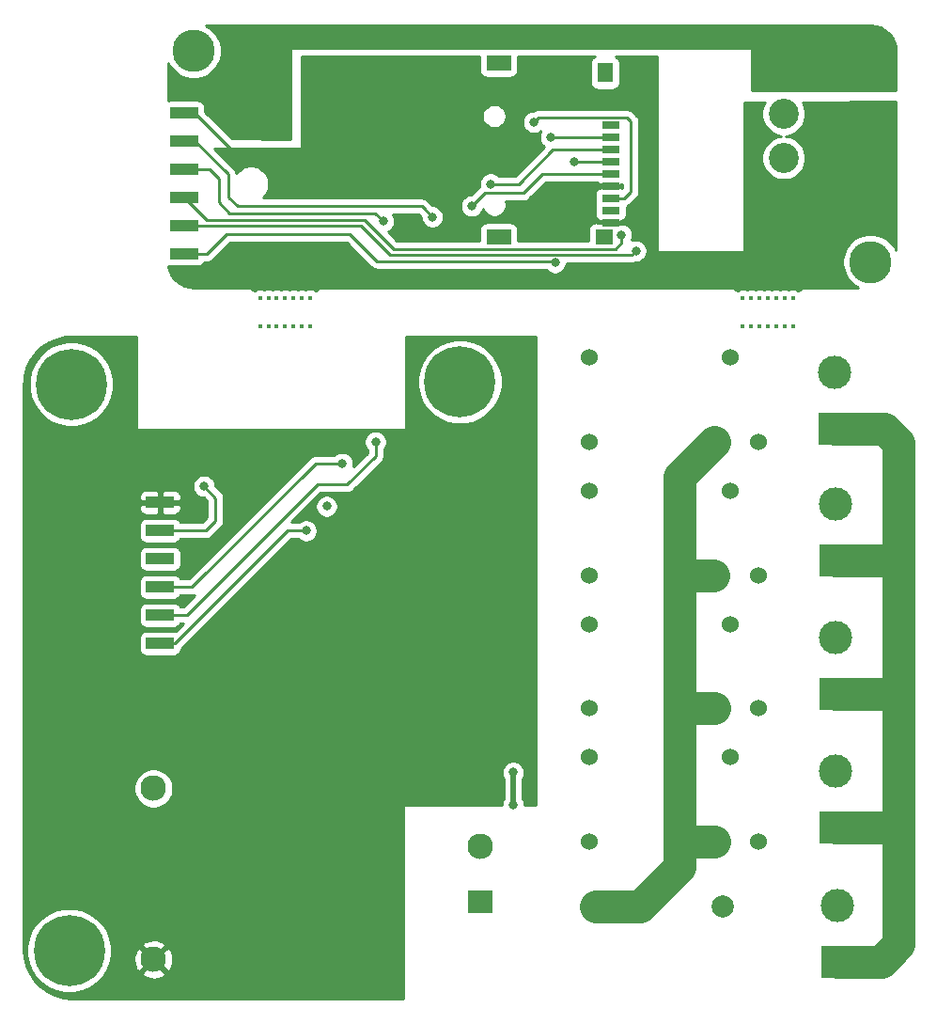
<source format=gbr>
G04 #@! TF.GenerationSoftware,KiCad,Pcbnew,(5.1.6)-1*
G04 #@! TF.CreationDate,2021-01-22T22:35:21+07:00*
G04 #@! TF.ProjectId,penelize-esp-led-strip,70656e65-6c69-47a6-952d-6573702d6c65,rev?*
G04 #@! TF.SameCoordinates,Original*
G04 #@! TF.FileFunction,Copper,L2,Bot*
G04 #@! TF.FilePolarity,Positive*
%FSLAX46Y46*%
G04 Gerber Fmt 4.6, Leading zero omitted, Abs format (unit mm)*
G04 Created by KiCad (PCBNEW (5.1.6)-1) date 2021-01-22 22:35:21*
%MOMM*%
%LPD*%
G01*
G04 APERTURE LIST*
G04 #@! TA.AperFunction,ComponentPad*
%ADD10C,6.400000*%
G04 #@! TD*
G04 #@! TA.AperFunction,ComponentPad*
%ADD11C,0.800000*%
G04 #@! TD*
G04 #@! TA.AperFunction,SMDPad,CuDef*
%ADD12R,2.500000X1.000000*%
G04 #@! TD*
G04 #@! TA.AperFunction,ComponentPad*
%ADD13C,3.000000*%
G04 #@! TD*
G04 #@! TA.AperFunction,ComponentPad*
%ADD14R,3.000000X3.000000*%
G04 #@! TD*
G04 #@! TA.AperFunction,ComponentPad*
%ADD15C,2.300000*%
G04 #@! TD*
G04 #@! TA.AperFunction,ComponentPad*
%ADD16R,2.300000X2.000000*%
G04 #@! TD*
G04 #@! TA.AperFunction,ComponentPad*
%ADD17C,2.000000*%
G04 #@! TD*
G04 #@! TA.AperFunction,ComponentPad*
%ADD18C,1.524000*%
G04 #@! TD*
G04 #@! TA.AperFunction,ComponentPad*
%ADD19C,3.800000*%
G04 #@! TD*
G04 #@! TA.AperFunction,ComponentPad*
%ADD20C,2.700000*%
G04 #@! TD*
G04 #@! TA.AperFunction,SMDPad,CuDef*
%ADD21R,1.600000X0.700000*%
G04 #@! TD*
G04 #@! TA.AperFunction,SMDPad,CuDef*
%ADD22R,1.600000X1.400000*%
G04 #@! TD*
G04 #@! TA.AperFunction,SMDPad,CuDef*
%ADD23R,2.200000X1.400000*%
G04 #@! TD*
G04 #@! TA.AperFunction,SMDPad,CuDef*
%ADD24R,1.400000X1.800000*%
G04 #@! TD*
G04 #@! TA.AperFunction,ViaPad*
%ADD25C,0.450000*%
G04 #@! TD*
G04 #@! TA.AperFunction,ViaPad*
%ADD26C,0.800000*%
G04 #@! TD*
G04 #@! TA.AperFunction,Conductor*
%ADD27C,0.250000*%
G04 #@! TD*
G04 #@! TA.AperFunction,Conductor*
%ADD28C,0.500000*%
G04 #@! TD*
G04 #@! TA.AperFunction,Conductor*
%ADD29C,3.000000*%
G04 #@! TD*
G04 #@! TA.AperFunction,Conductor*
%ADD30C,0.254000*%
G04 #@! TD*
G04 APERTURE END LIST*
D10*
G04 #@! TO.P,H1,1*
G04 #@! TO.N,N/C*
X88800000Y-136000000D03*
D11*
X91200000Y-136000000D03*
X90497056Y-137697056D03*
X88800000Y-138400000D03*
X87102944Y-137697056D03*
X86400000Y-136000000D03*
X87102944Y-134302944D03*
X88800000Y-133600000D03*
X90497056Y-134302944D03*
G04 #@! TD*
G04 #@! TO.P,H2,1*
G04 #@! TO.N,N/C*
X125697056Y-83102944D03*
X124000000Y-82400000D03*
X122302944Y-83102944D03*
X121600000Y-84800000D03*
X122302944Y-86497056D03*
X124000000Y-87200000D03*
X125697056Y-86497056D03*
X126400000Y-84800000D03*
D10*
X124000000Y-84800000D03*
G04 #@! TD*
D12*
G04 #@! TO.P,J1,1*
G04 #@! TO.N,GND*
X97000000Y-95650000D03*
G04 #@! TO.P,J1,2*
G04 #@! TO.N,/EN*
X97000000Y-98190000D03*
G04 #@! TO.P,J1,3*
G04 #@! TO.N,+3V3*
X97000000Y-100730000D03*
G04 #@! TO.P,J1,4*
G04 #@! TO.N,/RXD*
X97000000Y-103270000D03*
G04 #@! TO.P,J1,5*
G04 #@! TO.N,/TXD*
X97000000Y-105810000D03*
G04 #@! TO.P,J1,6*
G04 #@! TO.N,/BOOT*
X97000000Y-108350000D03*
G04 #@! TD*
D13*
G04 #@! TO.P,J2,2*
G04 #@! TO.N,Net-(J2-Pad2)*
X157800000Y-107800000D03*
D14*
G04 #@! TO.P,J2,1*
G04 #@! TO.N,/N*
X157800000Y-112880000D03*
G04 #@! TD*
G04 #@! TO.P,J3,1*
G04 #@! TO.N,/N*
X157750000Y-89030000D03*
D13*
G04 #@! TO.P,J3,2*
G04 #@! TO.N,Net-(J3-Pad2)*
X157750000Y-83950000D03*
G04 #@! TD*
G04 #@! TO.P,J4,2*
G04 #@! TO.N,Net-(F1-Pad2)*
X158000000Y-131920000D03*
D14*
G04 #@! TO.P,J4,1*
G04 #@! TO.N,/N*
X158000000Y-137000000D03*
G04 #@! TD*
G04 #@! TO.P,J5,1*
G04 #@! TO.N,/N*
X157850000Y-124880000D03*
D13*
G04 #@! TO.P,J5,2*
G04 #@! TO.N,Net-(J5-Pad2)*
X157850000Y-119800000D03*
G04 #@! TD*
D14*
G04 #@! TO.P,J6,1*
G04 #@! TO.N,/N*
X157800000Y-100880000D03*
D13*
G04 #@! TO.P,J6,2*
G04 #@! TO.N,Net-(J6-Pad2)*
X157800000Y-95800000D03*
G04 #@! TD*
D15*
G04 #@! TO.P,PS1,3*
G04 #@! TO.N,GND*
X96400000Y-136800000D03*
D16*
G04 #@! TO.P,PS1,1*
G04 #@! TO.N,/L*
X125800000Y-131600000D03*
D15*
G04 #@! TO.P,PS1,2*
G04 #@! TO.N,/N*
X125800000Y-126600000D03*
G04 #@! TO.P,PS1,4*
G04 #@! TO.N,+5V*
X96400000Y-121400000D03*
G04 #@! TD*
D17*
G04 #@! TO.P,F1,1*
G04 #@! TO.N,/L*
X136250000Y-132000000D03*
G04 #@! TO.P,F1,2*
G04 #@! TO.N,Net-(F1-Pad2)*
X147650000Y-132000000D03*
G04 #@! TD*
D18*
G04 #@! TO.P,K1,4*
G04 #@! TO.N,N/C*
X150940000Y-114200000D03*
G04 #@! TO.P,K1,3*
G04 #@! TO.N,/L*
X146900000Y-114200000D03*
G04 #@! TO.P,K1,5*
G04 #@! TO.N,Net-(J2-Pad2)*
X148400000Y-106600000D03*
G04 #@! TO.P,K1,6*
G04 #@! TO.N,Net-(D2-Pad2)*
X135700000Y-114200000D03*
G04 #@! TO.P,K1,1*
G04 #@! TO.N,+5V*
X135700000Y-106600000D03*
G04 #@! TD*
G04 #@! TO.P,K2,1*
G04 #@! TO.N,+5V*
X135700000Y-82600000D03*
G04 #@! TO.P,K2,6*
G04 #@! TO.N,Net-(D3-Pad2)*
X135700000Y-90200000D03*
G04 #@! TO.P,K2,5*
G04 #@! TO.N,Net-(J3-Pad2)*
X148400000Y-82600000D03*
G04 #@! TO.P,K2,3*
G04 #@! TO.N,/L*
X146900000Y-90200000D03*
G04 #@! TO.P,K2,4*
G04 #@! TO.N,N/C*
X150940000Y-90200000D03*
G04 #@! TD*
G04 #@! TO.P,K3,1*
G04 #@! TO.N,+5V*
X135700000Y-118600000D03*
G04 #@! TO.P,K3,6*
G04 #@! TO.N,Net-(D4-Pad2)*
X135700000Y-126200000D03*
G04 #@! TO.P,K3,5*
G04 #@! TO.N,Net-(J5-Pad2)*
X148400000Y-118600000D03*
G04 #@! TO.P,K3,3*
G04 #@! TO.N,/L*
X146900000Y-126200000D03*
G04 #@! TO.P,K3,4*
G04 #@! TO.N,N/C*
X150940000Y-126200000D03*
G04 #@! TD*
G04 #@! TO.P,K4,4*
G04 #@! TO.N,N/C*
X150890000Y-102200000D03*
G04 #@! TO.P,K4,3*
G04 #@! TO.N,/L*
X146850000Y-102200000D03*
G04 #@! TO.P,K4,5*
G04 #@! TO.N,Net-(J6-Pad2)*
X148350000Y-94600000D03*
G04 #@! TO.P,K4,6*
G04 #@! TO.N,Net-(D5-Pad2)*
X135650000Y-102200000D03*
G04 #@! TO.P,K4,1*
G04 #@! TO.N,+5V*
X135650000Y-94600000D03*
G04 #@! TD*
D10*
G04 #@! TO.P,H3,1*
G04 #@! TO.N,N/C*
X89000000Y-85000000D03*
D11*
X91400000Y-85000000D03*
X90697056Y-86697056D03*
X89000000Y-87400000D03*
X87302944Y-86697056D03*
X86600000Y-85000000D03*
X87302944Y-83302944D03*
X89000000Y-82600000D03*
X90697056Y-83302944D03*
G04 #@! TD*
D19*
G04 #@! TO.P,H1,1*
G04 #@! TO.N,N/C*
X100000000Y-55000000D03*
G04 #@! TD*
G04 #@! TO.P,H2,1*
G04 #@! TO.N,N/C*
X161000000Y-74000000D03*
G04 #@! TD*
G04 #@! TO.P,J3,1*
G04 #@! TO.N,GND*
G04 #@! TA.AperFunction,ComponentPad*
G36*
G01*
X154266799Y-69943940D02*
X152066801Y-69943940D01*
G75*
G02*
X151816800Y-69693939I0J250001D01*
G01*
X151816800Y-67493941D01*
G75*
G02*
X152066801Y-67243940I250001J0D01*
G01*
X154266799Y-67243940D01*
G75*
G02*
X154516800Y-67493941I0J-250001D01*
G01*
X154516800Y-69693939D01*
G75*
G02*
X154266799Y-69943940I-250001J0D01*
G01*
G37*
G04 #@! TD.AperFunction*
D20*
G04 #@! TO.P,J3,2*
G04 #@! TO.N,/LED_DATA*
X153166800Y-64633940D03*
G04 #@! TO.P,J3,3*
G04 #@! TO.N,/LED_EN*
X153166800Y-60673940D03*
G04 #@! TO.P,J3,4*
G04 #@! TO.N,/PW_LED*
X153166800Y-56713940D03*
G04 #@! TD*
D21*
G04 #@! TO.P,J4,1*
G04 #@! TO.N,Net-(J4-Pad1)*
X137591520Y-61667080D03*
G04 #@! TO.P,J4,2*
G04 #@! TO.N,/CS*
X137591520Y-62767080D03*
G04 #@! TO.P,J4,3*
G04 #@! TO.N,/MOSI*
X137591520Y-63867080D03*
G04 #@! TO.P,J4,4*
G04 #@! TO.N,+3V3*
X137591520Y-64967080D03*
G04 #@! TO.P,J4,5*
G04 #@! TO.N,/SCLK*
X137591520Y-66067080D03*
G04 #@! TO.P,J4,6*
G04 #@! TO.N,GND*
X137591520Y-67167080D03*
G04 #@! TO.P,J4,7*
G04 #@! TO.N,/MISO*
X137591520Y-68267080D03*
G04 #@! TO.P,J4,8*
G04 #@! TO.N,Net-(J4-Pad8)*
X137591520Y-69367080D03*
G04 #@! TO.P,J4,9*
G04 #@! TO.N,GND*
X137591520Y-70467080D03*
D22*
G04 #@! TO.P,J4,G1*
G04 #@! TO.N,N/C*
X136991520Y-71767080D03*
D23*
G04 #@! TO.P,J4,G2*
X127491520Y-71767080D03*
D24*
G04 #@! TO.P,J4,G4*
X137091520Y-56967080D03*
D23*
G04 #@! TO.P,J4,G3*
X127491520Y-56067080D03*
G04 #@! TD*
D12*
G04 #@! TO.P,J2,1*
G04 #@! TO.N,GND*
X99133880Y-60559640D03*
G04 #@! TO.P,J2,2*
G04 #@! TO.N,/CTS*
X99133880Y-63099640D03*
G04 #@! TO.P,J2,3*
G04 #@! TO.N,+3V3*
X99133880Y-65639640D03*
G04 #@! TO.P,J2,4*
G04 #@! TO.N,/RXD*
X99133880Y-68179640D03*
G04 #@! TO.P,J2,5*
G04 #@! TO.N,/RX*
X99133880Y-70719640D03*
G04 #@! TO.P,J2,6*
G04 #@! TO.N,/DTR*
X99133880Y-73259640D03*
G04 #@! TD*
D25*
G04 #@! TO.N,*
X154000000Y-77250000D03*
X153250000Y-77250000D03*
X152500000Y-77250000D03*
X151750000Y-77250000D03*
X151000000Y-77250000D03*
X150250000Y-77250000D03*
X149500000Y-77250000D03*
X151000000Y-79750000D03*
X149500000Y-79750000D03*
X152500000Y-79750000D03*
X153250000Y-79750000D03*
X151750000Y-79750000D03*
X154000000Y-79750000D03*
X150250000Y-79750000D03*
X107500000Y-77250000D03*
X106000000Y-77250000D03*
X109000000Y-77250000D03*
X109750000Y-77250000D03*
X108250000Y-77250000D03*
X110500000Y-77250000D03*
X106750000Y-77250000D03*
X107500000Y-79750000D03*
X106000000Y-79750000D03*
X109000000Y-79750000D03*
X109750000Y-79750000D03*
X108250000Y-79750000D03*
X110500000Y-79750000D03*
X106750000Y-79750000D03*
D26*
G04 #@! TO.N,GND*
X95400000Y-91700000D03*
X126800000Y-110200000D03*
X126800000Y-104750000D03*
X126800000Y-97600000D03*
X88000000Y-92000000D03*
X88000000Y-98000000D03*
X88000000Y-105000000D03*
X88000000Y-113000000D03*
X88000000Y-120000000D03*
X88000000Y-127000000D03*
X95000000Y-127000000D03*
X103000000Y-127000000D03*
X111000000Y-127000000D03*
X95000000Y-113000000D03*
X103200000Y-112800000D03*
X111000000Y-113000000D03*
X119000000Y-113000000D03*
X103000000Y-92000000D03*
X111000000Y-135000000D03*
X103000000Y-135000000D03*
X103000000Y-90000000D03*
X105000000Y-90000000D03*
X107000000Y-90000000D03*
X109000000Y-90000000D03*
X111000000Y-90000000D03*
X105000000Y-92000000D03*
X107000000Y-92000000D03*
X106650000Y-73700000D03*
X111759720Y-60554560D03*
X115900000Y-61700000D03*
X115900000Y-60400000D03*
X117500000Y-60400000D03*
X117600000Y-61700000D03*
X124600000Y-57300000D03*
X122500000Y-60600000D03*
X122500000Y-61900000D03*
X115800000Y-66900000D03*
X123900000Y-71300000D03*
X125000000Y-71300000D03*
X117100000Y-66900000D03*
X141200000Y-58900000D03*
X141200000Y-60200000D03*
X141200000Y-61800000D03*
X141200000Y-63300000D03*
X141200000Y-64700000D03*
X141200000Y-66000000D03*
X141200000Y-67500000D03*
X141200000Y-69100000D03*
X127100000Y-63000000D03*
X127100000Y-65000000D03*
X129400000Y-63000000D03*
X129400000Y-65000000D03*
X103950000Y-75700000D03*
X106650000Y-75750000D03*
X109000000Y-75750000D03*
X112400000Y-75700000D03*
X115300000Y-75700000D03*
X118100000Y-75700000D03*
X121200000Y-75700000D03*
X124400000Y-75700000D03*
X127800000Y-75700000D03*
X131500000Y-75700000D03*
X135100000Y-75700000D03*
X138400000Y-75800000D03*
X141800000Y-75800000D03*
X145000000Y-75800000D03*
X147900000Y-75800000D03*
X150600000Y-75800000D03*
X153600000Y-75800000D03*
X156500000Y-75800000D03*
X156500000Y-72800000D03*
X153600000Y-72600000D03*
X156500000Y-69400000D03*
X159700000Y-69400000D03*
X162800000Y-69400000D03*
X162800000Y-66300000D03*
X162800000Y-63000000D03*
X162700000Y-60200000D03*
X159700000Y-60200000D03*
X156500000Y-60400000D03*
X156500000Y-66300000D03*
X156500000Y-63000000D03*
X159700000Y-63000000D03*
X159800000Y-66200000D03*
X109000000Y-73700000D03*
X103950000Y-73700000D03*
X101300000Y-75700000D03*
X103900000Y-64500000D03*
X106450000Y-64500000D03*
X108550000Y-67200000D03*
X134500000Y-58900000D03*
X132300000Y-58900000D03*
X108550000Y-64500000D03*
G04 #@! TO.N,+3V3*
X96150000Y-100750000D03*
X134335240Y-64989400D03*
X117098800Y-70333560D03*
G04 #@! TO.N,/PW_LED*
X106300000Y-62350000D03*
X106300000Y-60250000D03*
X108350000Y-62400000D03*
X106300000Y-55400000D03*
X106300000Y-57900000D03*
X162700000Y-57500000D03*
X162700000Y-55200000D03*
X159600000Y-55200000D03*
X159700000Y-57500000D03*
X156500000Y-57500000D03*
X156500000Y-55200000D03*
X156500000Y-53100000D03*
X159600000Y-53000000D03*
X152800000Y-53100000D03*
X148900000Y-53100000D03*
X145700000Y-53100000D03*
X142600000Y-53100000D03*
X139400000Y-53100000D03*
X136500000Y-53100000D03*
X133600000Y-53100000D03*
X130900000Y-53100000D03*
X128100000Y-53100000D03*
X125600000Y-53100000D03*
X123200000Y-53100000D03*
X120500000Y-53100000D03*
X117800000Y-53100000D03*
X114900000Y-53100000D03*
X112300000Y-53100000D03*
X109300000Y-53100000D03*
X106300000Y-53100000D03*
X103900000Y-53100000D03*
X103900000Y-55400000D03*
X103900000Y-57900000D03*
X101200000Y-57900000D03*
X98800000Y-57900000D03*
X108350000Y-57900000D03*
X103900000Y-60250000D03*
X103900000Y-62400000D03*
X108300000Y-60250000D03*
X108350000Y-55400000D03*
G04 #@! TO.N,/CTS*
X121523480Y-69942400D03*
G04 #@! TO.N,/RXD*
X112000000Y-96000000D03*
X113400000Y-92150000D03*
X138557740Y-71566060D03*
G04 #@! TO.N,/RX*
X139850000Y-73000000D03*
G04 #@! TO.N,/DTR*
X132572480Y-74075020D03*
G04 #@! TO.N,/CS*
X132181320Y-62749120D03*
G04 #@! TO.N,/MOSI*
X126771120Y-66975680D03*
G04 #@! TO.N,/SCLK*
X125057722Y-68966100D03*
G04 #@! TO.N,/MISO*
X130657320Y-61397840D03*
G04 #@! TO.N,/EN*
X100950000Y-94200000D03*
G04 #@! TO.N,Net-(D4-Pad2)*
X128800000Y-119950000D03*
X128800000Y-122900000D03*
G04 #@! TO.N,/TXD*
X116400000Y-90200000D03*
G04 #@! TO.N,/BOOT*
X110150000Y-98200000D03*
G04 #@! TD*
D27*
G04 #@! TO.N,GND*
X97000000Y-92300000D02*
X97000000Y-95650000D01*
X95400000Y-91700000D02*
X96400000Y-91700000D01*
X96400000Y-91700000D02*
X97000000Y-92300000D01*
X126800000Y-110200000D02*
X126800000Y-104750000D01*
X126800000Y-97600000D02*
X126800000Y-104750000D01*
X111754640Y-60559640D02*
X111759720Y-60554560D01*
X137591520Y-70467080D02*
X136378840Y-70467080D01*
X136378840Y-70467080D02*
X135930360Y-70018600D01*
X136541520Y-67167080D02*
X137591520Y-67167080D01*
X135930360Y-67778240D02*
X136541520Y-67167080D01*
X135930360Y-70018600D02*
X135930360Y-67778240D01*
X123900000Y-70900000D02*
X123900000Y-71300000D01*
X117100000Y-66900000D02*
X119900000Y-66900000D01*
X119900000Y-66900000D02*
X123900000Y-70900000D01*
X99133880Y-60559640D02*
X100059640Y-60559640D01*
X104000000Y-64500000D02*
X104800000Y-64500000D01*
X100059640Y-60559640D02*
X104000000Y-64500000D01*
G04 #@! TO.N,+3V3*
X97000000Y-100730000D02*
X96170000Y-100730000D01*
X96170000Y-100730000D02*
X96150000Y-100750000D01*
X137591520Y-64967080D02*
X134357560Y-64967080D01*
X134357560Y-64967080D02*
X134335240Y-64989400D01*
X116392680Y-69627440D02*
X103235480Y-69627440D01*
X117098800Y-70333560D02*
X116392680Y-69627440D01*
X101416840Y-65639640D02*
X99133880Y-65639640D01*
X103235480Y-69627440D02*
X102260120Y-68652080D01*
X102260120Y-66482920D02*
X101416840Y-65639640D01*
X102260120Y-68652080D02*
X102260120Y-66482920D01*
G04 #@! TO.N,/CTS*
X120741160Y-69160080D02*
X121523480Y-69942400D01*
X120573520Y-68992440D02*
X120741160Y-69160080D01*
X100099640Y-63099640D02*
X103108480Y-66108480D01*
X103951760Y-68992440D02*
X120573520Y-68992440D01*
X99133880Y-63099640D02*
X100099640Y-63099640D01*
X103108480Y-66108480D02*
X103108480Y-68149160D01*
X103108480Y-68149160D02*
X103951760Y-68992440D01*
G04 #@! TO.N,/RXD*
X97000000Y-103270000D02*
X99880000Y-103270000D01*
X99880000Y-103270000D02*
X111000000Y-92150000D01*
X111000000Y-92150000D02*
X113400000Y-92150000D01*
X118018874Y-72842264D02*
X138001338Y-72842264D01*
X138001338Y-72842264D02*
X138557740Y-72285862D01*
X138557740Y-72285862D02*
X138557740Y-71566060D01*
X101160800Y-70206560D02*
X115383170Y-70206560D01*
X115383170Y-70206560D02*
X118018874Y-72842264D01*
X99133880Y-68179640D02*
X101160800Y-70206560D01*
G04 #@! TO.N,/RX*
X115096410Y-70719640D02*
X117726711Y-73349941D01*
X99133880Y-70719640D02*
X115096410Y-70719640D01*
X117726711Y-73349941D02*
X139500059Y-73349941D01*
X139500059Y-73349941D02*
X139850000Y-73000000D01*
G04 #@! TO.N,/DTR*
X132407340Y-73909880D02*
X132572480Y-74075020D01*
X101240360Y-73259640D02*
X103000000Y-71500000D01*
X116509880Y-73909880D02*
X132407340Y-73909880D01*
X99133880Y-73259640D02*
X101240360Y-73259640D01*
X103000000Y-71500000D02*
X114100000Y-71500000D01*
X114100000Y-71500000D02*
X116509880Y-73909880D01*
G04 #@! TO.N,/CS*
X137573560Y-62749120D02*
X137591520Y-62767080D01*
X132181320Y-62749120D02*
X137573560Y-62749120D01*
G04 #@! TO.N,/MOSI*
X132384160Y-63867080D02*
X137591520Y-63867080D01*
X126771120Y-66975680D02*
X129275560Y-66975680D01*
X129275560Y-66975680D02*
X132384160Y-63867080D01*
G04 #@! TO.N,/SCLK*
X129695840Y-67800000D02*
X126223822Y-67800000D01*
X126223822Y-67800000D02*
X125057722Y-68966100D01*
X131428760Y-66067080D02*
X129695840Y-67800000D01*
X137591520Y-66067080D02*
X131428760Y-66067080D01*
G04 #@! TO.N,/MISO*
X139400000Y-61347040D02*
X139035561Y-60982601D01*
X137591520Y-68267080D02*
X138814720Y-68267080D01*
X131072559Y-60982601D02*
X130657320Y-61397840D01*
X138814720Y-68267080D02*
X139400000Y-67681800D01*
X139035561Y-60982601D02*
X131072559Y-60982601D01*
X139400000Y-67681800D02*
X139400000Y-61347040D01*
G04 #@! TO.N,/EN*
X97000000Y-98190000D02*
X101110000Y-98190000D01*
X101110000Y-98190000D02*
X102000000Y-97300000D01*
X102000000Y-97300000D02*
X102000000Y-95250000D01*
X102000000Y-95250000D02*
X100950000Y-94200000D01*
D28*
G04 #@! TO.N,Net-(D4-Pad2)*
X128800000Y-119950000D02*
X128800000Y-122900000D01*
D29*
G04 #@! TO.N,/L*
X136250000Y-132000000D02*
X140250000Y-132000000D01*
X140250000Y-132000000D02*
X143800000Y-128450000D01*
X143800000Y-93300000D02*
X146900000Y-90200000D01*
X144400000Y-102200000D02*
X143800000Y-101600000D01*
X146850000Y-102200000D02*
X144400000Y-102200000D01*
X143800000Y-101600000D02*
X143800000Y-93300000D01*
X144300000Y-114200000D02*
X143800000Y-114700000D01*
X146900000Y-114200000D02*
X144300000Y-114200000D01*
X143800000Y-114700000D02*
X143800000Y-101600000D01*
X144150000Y-126200000D02*
X143800000Y-126550000D01*
X143800000Y-128450000D02*
X143800000Y-126550000D01*
X146900000Y-126200000D02*
X144150000Y-126200000D01*
X143800000Y-126550000D02*
X143800000Y-114700000D01*
D27*
G04 #@! TO.N,/TXD*
X97000000Y-105810000D02*
X99390000Y-105810000D01*
X99390000Y-105810000D02*
X111150000Y-94050000D01*
X111150000Y-94050000D02*
X113850000Y-94050000D01*
X113850000Y-94050000D02*
X116400000Y-91500000D01*
X116400000Y-91500000D02*
X116400000Y-90200000D01*
G04 #@! TO.N,/BOOT*
X97000000Y-108350000D02*
X98350000Y-108350000D01*
X98350000Y-108350000D02*
X108500000Y-98200000D01*
X108500000Y-98200000D02*
X110150000Y-98200000D01*
D29*
G04 #@! TO.N,/N*
X158000000Y-137000000D02*
X161950000Y-137000000D01*
X161950000Y-137000000D02*
X163500000Y-135450000D01*
X162230000Y-89030000D02*
X157750000Y-89030000D01*
X163500000Y-90300000D02*
X162230000Y-89030000D01*
X162770000Y-100880000D02*
X163500000Y-100150000D01*
X157800000Y-100880000D02*
X162770000Y-100880000D01*
X163500000Y-100150000D02*
X163500000Y-90300000D01*
X162970000Y-112880000D02*
X163500000Y-112350000D01*
X157800000Y-112880000D02*
X162970000Y-112880000D01*
X163500000Y-112350000D02*
X163500000Y-100150000D01*
X163330000Y-124880000D02*
X163500000Y-125050000D01*
X157850000Y-124880000D02*
X163330000Y-124880000D01*
X163500000Y-135450000D02*
X163500000Y-125050000D01*
X163500000Y-125050000D02*
X163500000Y-112350000D01*
G04 #@! TD*
D30*
G04 #@! TO.N,GND*
G36*
X94873000Y-89000000D02*
G01*
X94875440Y-89024776D01*
X94882667Y-89048601D01*
X94894403Y-89070557D01*
X94910197Y-89089803D01*
X94929443Y-89105597D01*
X94951399Y-89117333D01*
X94975224Y-89124560D01*
X95000000Y-89127000D01*
X119000000Y-89127000D01*
X119024776Y-89124560D01*
X119048601Y-89117333D01*
X119070557Y-89105597D01*
X119089803Y-89089803D01*
X119105597Y-89070557D01*
X119117333Y-89048601D01*
X119124560Y-89024776D01*
X119127000Y-89000000D01*
X119127000Y-84422285D01*
X120165000Y-84422285D01*
X120165000Y-85177715D01*
X120312377Y-85918628D01*
X120601467Y-86616554D01*
X121021161Y-87244670D01*
X121555330Y-87778839D01*
X122183446Y-88198533D01*
X122881372Y-88487623D01*
X123622285Y-88635000D01*
X124377715Y-88635000D01*
X125118628Y-88487623D01*
X125816554Y-88198533D01*
X126444670Y-87778839D01*
X126978839Y-87244670D01*
X127398533Y-86616554D01*
X127687623Y-85918628D01*
X127835000Y-85177715D01*
X127835000Y-84422285D01*
X127687623Y-83681372D01*
X127398533Y-82983446D01*
X126978839Y-82355330D01*
X126444670Y-81821161D01*
X125816554Y-81401467D01*
X125118628Y-81112377D01*
X124377715Y-80965000D01*
X123622285Y-80965000D01*
X122881372Y-81112377D01*
X122183446Y-81401467D01*
X121555330Y-81821161D01*
X121021161Y-82355330D01*
X120601467Y-82983446D01*
X120312377Y-83681372D01*
X120165000Y-84422285D01*
X119127000Y-84422285D01*
X119127000Y-80710000D01*
X130873000Y-80710000D01*
X130873000Y-122873000D01*
X129835000Y-122873000D01*
X129835000Y-122798061D01*
X129795226Y-122598102D01*
X129717205Y-122409744D01*
X129685000Y-122361546D01*
X129685000Y-120488454D01*
X129717205Y-120440256D01*
X129795226Y-120251898D01*
X129835000Y-120051939D01*
X129835000Y-119848061D01*
X129795226Y-119648102D01*
X129717205Y-119459744D01*
X129603937Y-119290226D01*
X129459774Y-119146063D01*
X129290256Y-119032795D01*
X129101898Y-118954774D01*
X128901939Y-118915000D01*
X128698061Y-118915000D01*
X128498102Y-118954774D01*
X128309744Y-119032795D01*
X128140226Y-119146063D01*
X127996063Y-119290226D01*
X127882795Y-119459744D01*
X127804774Y-119648102D01*
X127765000Y-119848061D01*
X127765000Y-120051939D01*
X127804774Y-120251898D01*
X127882795Y-120440256D01*
X127915000Y-120488455D01*
X127915001Y-122361544D01*
X127882795Y-122409744D01*
X127804774Y-122598102D01*
X127765000Y-122798061D01*
X127765000Y-122873000D01*
X119000000Y-122873000D01*
X118975224Y-122875440D01*
X118951399Y-122882667D01*
X118929443Y-122894403D01*
X118910197Y-122910197D01*
X118894403Y-122929443D01*
X118882667Y-122951399D01*
X118875440Y-122975224D01*
X118873000Y-123000000D01*
X118873000Y-140290000D01*
X89031618Y-140290000D01*
X88240807Y-140219422D01*
X87505611Y-140018295D01*
X86817645Y-139690152D01*
X86198672Y-139245374D01*
X85668239Y-138698012D01*
X85243117Y-138065362D01*
X84936749Y-137367439D01*
X84757501Y-136620819D01*
X84710000Y-135973970D01*
X84710000Y-135622285D01*
X84965000Y-135622285D01*
X84965000Y-136377715D01*
X85112377Y-137118628D01*
X85401467Y-137816554D01*
X85821161Y-138444670D01*
X86355330Y-138978839D01*
X86983446Y-139398533D01*
X87681372Y-139687623D01*
X88422285Y-139835000D01*
X89177715Y-139835000D01*
X89918628Y-139687623D01*
X90616554Y-139398533D01*
X91244670Y-138978839D01*
X91778839Y-138444670D01*
X92047661Y-138042349D01*
X95337256Y-138042349D01*
X95451118Y-138322090D01*
X95766296Y-138477961D01*
X96105826Y-138569349D01*
X96456661Y-138592741D01*
X96805319Y-138547240D01*
X97138400Y-138434594D01*
X97348882Y-138322090D01*
X97462744Y-138042349D01*
X96400000Y-136979605D01*
X95337256Y-138042349D01*
X92047661Y-138042349D01*
X92198533Y-137816554D01*
X92487623Y-137118628D01*
X92539731Y-136856661D01*
X94607259Y-136856661D01*
X94652760Y-137205319D01*
X94765406Y-137538400D01*
X94877910Y-137748882D01*
X95157651Y-137862744D01*
X96220395Y-136800000D01*
X96579605Y-136800000D01*
X97642349Y-137862744D01*
X97922090Y-137748882D01*
X98077961Y-137433704D01*
X98169349Y-137094174D01*
X98192741Y-136743339D01*
X98147240Y-136394681D01*
X98034594Y-136061600D01*
X97922090Y-135851118D01*
X97642349Y-135737256D01*
X96579605Y-136800000D01*
X96220395Y-136800000D01*
X95157651Y-135737256D01*
X94877910Y-135851118D01*
X94722039Y-136166296D01*
X94630651Y-136505826D01*
X94607259Y-136856661D01*
X92539731Y-136856661D01*
X92635000Y-136377715D01*
X92635000Y-135622285D01*
X92622144Y-135557651D01*
X95337256Y-135557651D01*
X96400000Y-136620395D01*
X97462744Y-135557651D01*
X97348882Y-135277910D01*
X97033704Y-135122039D01*
X96694174Y-135030651D01*
X96343339Y-135007259D01*
X95994681Y-135052760D01*
X95661600Y-135165406D01*
X95451118Y-135277910D01*
X95337256Y-135557651D01*
X92622144Y-135557651D01*
X92487623Y-134881372D01*
X92198533Y-134183446D01*
X91778839Y-133555330D01*
X91244670Y-133021161D01*
X90616554Y-132601467D01*
X89918628Y-132312377D01*
X89177715Y-132165000D01*
X88422285Y-132165000D01*
X87681372Y-132312377D01*
X86983446Y-132601467D01*
X86355330Y-133021161D01*
X85821161Y-133555330D01*
X85401467Y-134183446D01*
X85112377Y-134881372D01*
X84965000Y-135622285D01*
X84710000Y-135622285D01*
X84710000Y-121224193D01*
X94615000Y-121224193D01*
X94615000Y-121575807D01*
X94683596Y-121920665D01*
X94818153Y-122245515D01*
X95013500Y-122537871D01*
X95262129Y-122786500D01*
X95554485Y-122981847D01*
X95879335Y-123116404D01*
X96224193Y-123185000D01*
X96575807Y-123185000D01*
X96920665Y-123116404D01*
X97245515Y-122981847D01*
X97537871Y-122786500D01*
X97786500Y-122537871D01*
X97981847Y-122245515D01*
X98116404Y-121920665D01*
X98185000Y-121575807D01*
X98185000Y-121224193D01*
X98116404Y-120879335D01*
X97981847Y-120554485D01*
X97786500Y-120262129D01*
X97537871Y-120013500D01*
X97245515Y-119818153D01*
X96920665Y-119683596D01*
X96575807Y-119615000D01*
X96224193Y-119615000D01*
X95879335Y-119683596D01*
X95554485Y-119818153D01*
X95262129Y-120013500D01*
X95013500Y-120262129D01*
X94818153Y-120554485D01*
X94683596Y-120879335D01*
X94615000Y-121224193D01*
X84710000Y-121224193D01*
X84710000Y-102770000D01*
X95111928Y-102770000D01*
X95111928Y-103770000D01*
X95124188Y-103894482D01*
X95160498Y-104014180D01*
X95219463Y-104124494D01*
X95298815Y-104221185D01*
X95395506Y-104300537D01*
X95505820Y-104359502D01*
X95625518Y-104395812D01*
X95750000Y-104408072D01*
X98250000Y-104408072D01*
X98374482Y-104395812D01*
X98494180Y-104359502D01*
X98604494Y-104300537D01*
X98701185Y-104221185D01*
X98780537Y-104124494D01*
X98831046Y-104030000D01*
X99842678Y-104030000D01*
X99880000Y-104033676D01*
X99917322Y-104030000D01*
X99917333Y-104030000D01*
X100028986Y-104019003D01*
X100139815Y-103985384D01*
X99075199Y-105050000D01*
X98831046Y-105050000D01*
X98780537Y-104955506D01*
X98701185Y-104858815D01*
X98604494Y-104779463D01*
X98494180Y-104720498D01*
X98374482Y-104684188D01*
X98250000Y-104671928D01*
X95750000Y-104671928D01*
X95625518Y-104684188D01*
X95505820Y-104720498D01*
X95395506Y-104779463D01*
X95298815Y-104858815D01*
X95219463Y-104955506D01*
X95160498Y-105065820D01*
X95124188Y-105185518D01*
X95111928Y-105310000D01*
X95111928Y-106310000D01*
X95124188Y-106434482D01*
X95160498Y-106554180D01*
X95219463Y-106664494D01*
X95298815Y-106761185D01*
X95395506Y-106840537D01*
X95505820Y-106899502D01*
X95625518Y-106935812D01*
X95750000Y-106948072D01*
X98250000Y-106948072D01*
X98374482Y-106935812D01*
X98494180Y-106899502D01*
X98604494Y-106840537D01*
X98701185Y-106761185D01*
X98780537Y-106664494D01*
X98831046Y-106570000D01*
X99055199Y-106570000D01*
X98394836Y-107230362D01*
X98374482Y-107224188D01*
X98250000Y-107211928D01*
X95750000Y-107211928D01*
X95625518Y-107224188D01*
X95505820Y-107260498D01*
X95395506Y-107319463D01*
X95298815Y-107398815D01*
X95219463Y-107495506D01*
X95160498Y-107605820D01*
X95124188Y-107725518D01*
X95111928Y-107850000D01*
X95111928Y-108850000D01*
X95124188Y-108974482D01*
X95160498Y-109094180D01*
X95219463Y-109204494D01*
X95298815Y-109301185D01*
X95395506Y-109380537D01*
X95505820Y-109439502D01*
X95625518Y-109475812D01*
X95750000Y-109488072D01*
X98250000Y-109488072D01*
X98374482Y-109475812D01*
X98494180Y-109439502D01*
X98604494Y-109380537D01*
X98701185Y-109301185D01*
X98780537Y-109204494D01*
X98839502Y-109094180D01*
X98875812Y-108974482D01*
X98883616Y-108895241D01*
X98890001Y-108890001D01*
X98913804Y-108860997D01*
X108814802Y-98960000D01*
X109446289Y-98960000D01*
X109490226Y-99003937D01*
X109659744Y-99117205D01*
X109848102Y-99195226D01*
X110048061Y-99235000D01*
X110251939Y-99235000D01*
X110451898Y-99195226D01*
X110640256Y-99117205D01*
X110809774Y-99003937D01*
X110953937Y-98859774D01*
X111067205Y-98690256D01*
X111145226Y-98501898D01*
X111185000Y-98301939D01*
X111185000Y-98098061D01*
X111145226Y-97898102D01*
X111067205Y-97709744D01*
X110953937Y-97540226D01*
X110809774Y-97396063D01*
X110640256Y-97282795D01*
X110451898Y-97204774D01*
X110251939Y-97165000D01*
X110048061Y-97165000D01*
X109848102Y-97204774D01*
X109659744Y-97282795D01*
X109490226Y-97396063D01*
X109446289Y-97440000D01*
X108834803Y-97440000D01*
X110376742Y-95898061D01*
X110965000Y-95898061D01*
X110965000Y-96101939D01*
X111004774Y-96301898D01*
X111082795Y-96490256D01*
X111196063Y-96659774D01*
X111340226Y-96803937D01*
X111509744Y-96917205D01*
X111698102Y-96995226D01*
X111898061Y-97035000D01*
X112101939Y-97035000D01*
X112301898Y-96995226D01*
X112490256Y-96917205D01*
X112659774Y-96803937D01*
X112803937Y-96659774D01*
X112917205Y-96490256D01*
X112995226Y-96301898D01*
X113035000Y-96101939D01*
X113035000Y-95898061D01*
X112995226Y-95698102D01*
X112917205Y-95509744D01*
X112803937Y-95340226D01*
X112659774Y-95196063D01*
X112490256Y-95082795D01*
X112301898Y-95004774D01*
X112101939Y-94965000D01*
X111898061Y-94965000D01*
X111698102Y-95004774D01*
X111509744Y-95082795D01*
X111340226Y-95196063D01*
X111196063Y-95340226D01*
X111082795Y-95509744D01*
X111004774Y-95698102D01*
X110965000Y-95898061D01*
X110376742Y-95898061D01*
X111464803Y-94810000D01*
X113812678Y-94810000D01*
X113850000Y-94813676D01*
X113887322Y-94810000D01*
X113887333Y-94810000D01*
X113998986Y-94799003D01*
X114142247Y-94755546D01*
X114274276Y-94684974D01*
X114390001Y-94590001D01*
X114413804Y-94560997D01*
X116911004Y-92063798D01*
X116940001Y-92040001D01*
X117034974Y-91924276D01*
X117105546Y-91792247D01*
X117149003Y-91648986D01*
X117160000Y-91537333D01*
X117160000Y-91537332D01*
X117163677Y-91500000D01*
X117160000Y-91462667D01*
X117160000Y-90903711D01*
X117203937Y-90859774D01*
X117317205Y-90690256D01*
X117395226Y-90501898D01*
X117435000Y-90301939D01*
X117435000Y-90098061D01*
X117395226Y-89898102D01*
X117317205Y-89709744D01*
X117203937Y-89540226D01*
X117059774Y-89396063D01*
X116890256Y-89282795D01*
X116701898Y-89204774D01*
X116501939Y-89165000D01*
X116298061Y-89165000D01*
X116098102Y-89204774D01*
X115909744Y-89282795D01*
X115740226Y-89396063D01*
X115596063Y-89540226D01*
X115482795Y-89709744D01*
X115404774Y-89898102D01*
X115365000Y-90098061D01*
X115365000Y-90301939D01*
X115404774Y-90501898D01*
X115482795Y-90690256D01*
X115596063Y-90859774D01*
X115640000Y-90903711D01*
X115640000Y-91185198D01*
X114400670Y-92424528D01*
X114435000Y-92251939D01*
X114435000Y-92048061D01*
X114395226Y-91848102D01*
X114317205Y-91659744D01*
X114203937Y-91490226D01*
X114059774Y-91346063D01*
X113890256Y-91232795D01*
X113701898Y-91154774D01*
X113501939Y-91115000D01*
X113298061Y-91115000D01*
X113098102Y-91154774D01*
X112909744Y-91232795D01*
X112740226Y-91346063D01*
X112696289Y-91390000D01*
X111037323Y-91390000D01*
X111000000Y-91386324D01*
X110962677Y-91390000D01*
X110962667Y-91390000D01*
X110851014Y-91400997D01*
X110707753Y-91444454D01*
X110575724Y-91515026D01*
X110459999Y-91609999D01*
X110436201Y-91638997D01*
X99565199Y-102510000D01*
X98831046Y-102510000D01*
X98780537Y-102415506D01*
X98701185Y-102318815D01*
X98604494Y-102239463D01*
X98494180Y-102180498D01*
X98374482Y-102144188D01*
X98250000Y-102131928D01*
X95750000Y-102131928D01*
X95625518Y-102144188D01*
X95505820Y-102180498D01*
X95395506Y-102239463D01*
X95298815Y-102318815D01*
X95219463Y-102415506D01*
X95160498Y-102525820D01*
X95124188Y-102645518D01*
X95111928Y-102770000D01*
X84710000Y-102770000D01*
X84710000Y-100230000D01*
X95111928Y-100230000D01*
X95111928Y-101230000D01*
X95124188Y-101354482D01*
X95160498Y-101474180D01*
X95219463Y-101584494D01*
X95298815Y-101681185D01*
X95395506Y-101760537D01*
X95505820Y-101819502D01*
X95625518Y-101855812D01*
X95750000Y-101868072D01*
X98250000Y-101868072D01*
X98374482Y-101855812D01*
X98494180Y-101819502D01*
X98604494Y-101760537D01*
X98701185Y-101681185D01*
X98780537Y-101584494D01*
X98839502Y-101474180D01*
X98875812Y-101354482D01*
X98888072Y-101230000D01*
X98888072Y-100230000D01*
X98875812Y-100105518D01*
X98839502Y-99985820D01*
X98780537Y-99875506D01*
X98701185Y-99778815D01*
X98604494Y-99699463D01*
X98494180Y-99640498D01*
X98374482Y-99604188D01*
X98250000Y-99591928D01*
X95750000Y-99591928D01*
X95625518Y-99604188D01*
X95505820Y-99640498D01*
X95395506Y-99699463D01*
X95298815Y-99778815D01*
X95219463Y-99875506D01*
X95160498Y-99985820D01*
X95124188Y-100105518D01*
X95111928Y-100230000D01*
X84710000Y-100230000D01*
X84710000Y-97690000D01*
X95111928Y-97690000D01*
X95111928Y-98690000D01*
X95124188Y-98814482D01*
X95160498Y-98934180D01*
X95219463Y-99044494D01*
X95298815Y-99141185D01*
X95395506Y-99220537D01*
X95505820Y-99279502D01*
X95625518Y-99315812D01*
X95750000Y-99328072D01*
X98250000Y-99328072D01*
X98374482Y-99315812D01*
X98494180Y-99279502D01*
X98604494Y-99220537D01*
X98701185Y-99141185D01*
X98780537Y-99044494D01*
X98831046Y-98950000D01*
X101072678Y-98950000D01*
X101110000Y-98953676D01*
X101147322Y-98950000D01*
X101147333Y-98950000D01*
X101258986Y-98939003D01*
X101402247Y-98895546D01*
X101534276Y-98824974D01*
X101650001Y-98730001D01*
X101673803Y-98700998D01*
X102511004Y-97863798D01*
X102540001Y-97840001D01*
X102600959Y-97765724D01*
X102634974Y-97724277D01*
X102705546Y-97592247D01*
X102713803Y-97565026D01*
X102749003Y-97448986D01*
X102760000Y-97337333D01*
X102760000Y-97337324D01*
X102763676Y-97300001D01*
X102760000Y-97262678D01*
X102760000Y-95287322D01*
X102763676Y-95249999D01*
X102760000Y-95212676D01*
X102760000Y-95212667D01*
X102749003Y-95101014D01*
X102705546Y-94957753D01*
X102634974Y-94825724D01*
X102540001Y-94709999D01*
X102511003Y-94686201D01*
X101985000Y-94160199D01*
X101985000Y-94098061D01*
X101945226Y-93898102D01*
X101867205Y-93709744D01*
X101753937Y-93540226D01*
X101609774Y-93396063D01*
X101440256Y-93282795D01*
X101251898Y-93204774D01*
X101051939Y-93165000D01*
X100848061Y-93165000D01*
X100648102Y-93204774D01*
X100459744Y-93282795D01*
X100290226Y-93396063D01*
X100146063Y-93540226D01*
X100032795Y-93709744D01*
X99954774Y-93898102D01*
X99915000Y-94098061D01*
X99915000Y-94301939D01*
X99954774Y-94501898D01*
X100032795Y-94690256D01*
X100146063Y-94859774D01*
X100290226Y-95003937D01*
X100459744Y-95117205D01*
X100648102Y-95195226D01*
X100848061Y-95235000D01*
X100910199Y-95235000D01*
X101240001Y-95564803D01*
X101240000Y-96985198D01*
X100795199Y-97430000D01*
X98831046Y-97430000D01*
X98780537Y-97335506D01*
X98701185Y-97238815D01*
X98604494Y-97159463D01*
X98494180Y-97100498D01*
X98374482Y-97064188D01*
X98250000Y-97051928D01*
X95750000Y-97051928D01*
X95625518Y-97064188D01*
X95505820Y-97100498D01*
X95395506Y-97159463D01*
X95298815Y-97238815D01*
X95219463Y-97335506D01*
X95160498Y-97445820D01*
X95124188Y-97565518D01*
X95111928Y-97690000D01*
X84710000Y-97690000D01*
X84710000Y-96150000D01*
X95111928Y-96150000D01*
X95124188Y-96274482D01*
X95160498Y-96394180D01*
X95219463Y-96504494D01*
X95298815Y-96601185D01*
X95395506Y-96680537D01*
X95505820Y-96739502D01*
X95625518Y-96775812D01*
X95750000Y-96788072D01*
X96714250Y-96785000D01*
X96873000Y-96626250D01*
X96873000Y-95777000D01*
X97127000Y-95777000D01*
X97127000Y-96626250D01*
X97285750Y-96785000D01*
X98250000Y-96788072D01*
X98374482Y-96775812D01*
X98494180Y-96739502D01*
X98604494Y-96680537D01*
X98701185Y-96601185D01*
X98780537Y-96504494D01*
X98839502Y-96394180D01*
X98875812Y-96274482D01*
X98888072Y-96150000D01*
X98885000Y-95935750D01*
X98726250Y-95777000D01*
X97127000Y-95777000D01*
X96873000Y-95777000D01*
X95273750Y-95777000D01*
X95115000Y-95935750D01*
X95111928Y-96150000D01*
X84710000Y-96150000D01*
X84710000Y-95150000D01*
X95111928Y-95150000D01*
X95115000Y-95364250D01*
X95273750Y-95523000D01*
X96873000Y-95523000D01*
X96873000Y-94673750D01*
X97127000Y-94673750D01*
X97127000Y-95523000D01*
X98726250Y-95523000D01*
X98885000Y-95364250D01*
X98888072Y-95150000D01*
X98875812Y-95025518D01*
X98839502Y-94905820D01*
X98780537Y-94795506D01*
X98701185Y-94698815D01*
X98604494Y-94619463D01*
X98494180Y-94560498D01*
X98374482Y-94524188D01*
X98250000Y-94511928D01*
X97285750Y-94515000D01*
X97127000Y-94673750D01*
X96873000Y-94673750D01*
X96714250Y-94515000D01*
X95750000Y-94511928D01*
X95625518Y-94524188D01*
X95505820Y-94560498D01*
X95395506Y-94619463D01*
X95298815Y-94698815D01*
X95219463Y-94795506D01*
X95160498Y-94905820D01*
X95124188Y-95025518D01*
X95111928Y-95150000D01*
X84710000Y-95150000D01*
X84710000Y-85031618D01*
X84746532Y-84622285D01*
X85165000Y-84622285D01*
X85165000Y-85377715D01*
X85312377Y-86118628D01*
X85601467Y-86816554D01*
X86021161Y-87444670D01*
X86555330Y-87978839D01*
X87183446Y-88398533D01*
X87881372Y-88687623D01*
X88622285Y-88835000D01*
X89377715Y-88835000D01*
X90118628Y-88687623D01*
X90816554Y-88398533D01*
X91444670Y-87978839D01*
X91978839Y-87444670D01*
X92398533Y-86816554D01*
X92687623Y-86118628D01*
X92835000Y-85377715D01*
X92835000Y-84622285D01*
X92687623Y-83881372D01*
X92398533Y-83183446D01*
X91978839Y-82555330D01*
X91444670Y-82021161D01*
X90816554Y-81601467D01*
X90118628Y-81312377D01*
X89377715Y-81165000D01*
X88622285Y-81165000D01*
X87881372Y-81312377D01*
X87183446Y-81601467D01*
X86555330Y-82021161D01*
X86021161Y-82555330D01*
X85601467Y-83183446D01*
X85312377Y-83881372D01*
X85165000Y-84622285D01*
X84746532Y-84622285D01*
X84780578Y-84240808D01*
X84981705Y-83505611D01*
X85309846Y-82817649D01*
X85754628Y-82198669D01*
X86301988Y-81668239D01*
X86934639Y-81243116D01*
X87632561Y-80936749D01*
X88379183Y-80757501D01*
X89026030Y-80710000D01*
X94873000Y-80710000D01*
X94873000Y-89000000D01*
G37*
X94873000Y-89000000D02*
X94875440Y-89024776D01*
X94882667Y-89048601D01*
X94894403Y-89070557D01*
X94910197Y-89089803D01*
X94929443Y-89105597D01*
X94951399Y-89117333D01*
X94975224Y-89124560D01*
X95000000Y-89127000D01*
X119000000Y-89127000D01*
X119024776Y-89124560D01*
X119048601Y-89117333D01*
X119070557Y-89105597D01*
X119089803Y-89089803D01*
X119105597Y-89070557D01*
X119117333Y-89048601D01*
X119124560Y-89024776D01*
X119127000Y-89000000D01*
X119127000Y-84422285D01*
X120165000Y-84422285D01*
X120165000Y-85177715D01*
X120312377Y-85918628D01*
X120601467Y-86616554D01*
X121021161Y-87244670D01*
X121555330Y-87778839D01*
X122183446Y-88198533D01*
X122881372Y-88487623D01*
X123622285Y-88635000D01*
X124377715Y-88635000D01*
X125118628Y-88487623D01*
X125816554Y-88198533D01*
X126444670Y-87778839D01*
X126978839Y-87244670D01*
X127398533Y-86616554D01*
X127687623Y-85918628D01*
X127835000Y-85177715D01*
X127835000Y-84422285D01*
X127687623Y-83681372D01*
X127398533Y-82983446D01*
X126978839Y-82355330D01*
X126444670Y-81821161D01*
X125816554Y-81401467D01*
X125118628Y-81112377D01*
X124377715Y-80965000D01*
X123622285Y-80965000D01*
X122881372Y-81112377D01*
X122183446Y-81401467D01*
X121555330Y-81821161D01*
X121021161Y-82355330D01*
X120601467Y-82983446D01*
X120312377Y-83681372D01*
X120165000Y-84422285D01*
X119127000Y-84422285D01*
X119127000Y-80710000D01*
X130873000Y-80710000D01*
X130873000Y-122873000D01*
X129835000Y-122873000D01*
X129835000Y-122798061D01*
X129795226Y-122598102D01*
X129717205Y-122409744D01*
X129685000Y-122361546D01*
X129685000Y-120488454D01*
X129717205Y-120440256D01*
X129795226Y-120251898D01*
X129835000Y-120051939D01*
X129835000Y-119848061D01*
X129795226Y-119648102D01*
X129717205Y-119459744D01*
X129603937Y-119290226D01*
X129459774Y-119146063D01*
X129290256Y-119032795D01*
X129101898Y-118954774D01*
X128901939Y-118915000D01*
X128698061Y-118915000D01*
X128498102Y-118954774D01*
X128309744Y-119032795D01*
X128140226Y-119146063D01*
X127996063Y-119290226D01*
X127882795Y-119459744D01*
X127804774Y-119648102D01*
X127765000Y-119848061D01*
X127765000Y-120051939D01*
X127804774Y-120251898D01*
X127882795Y-120440256D01*
X127915000Y-120488455D01*
X127915001Y-122361544D01*
X127882795Y-122409744D01*
X127804774Y-122598102D01*
X127765000Y-122798061D01*
X127765000Y-122873000D01*
X119000000Y-122873000D01*
X118975224Y-122875440D01*
X118951399Y-122882667D01*
X118929443Y-122894403D01*
X118910197Y-122910197D01*
X118894403Y-122929443D01*
X118882667Y-122951399D01*
X118875440Y-122975224D01*
X118873000Y-123000000D01*
X118873000Y-140290000D01*
X89031618Y-140290000D01*
X88240807Y-140219422D01*
X87505611Y-140018295D01*
X86817645Y-139690152D01*
X86198672Y-139245374D01*
X85668239Y-138698012D01*
X85243117Y-138065362D01*
X84936749Y-137367439D01*
X84757501Y-136620819D01*
X84710000Y-135973970D01*
X84710000Y-135622285D01*
X84965000Y-135622285D01*
X84965000Y-136377715D01*
X85112377Y-137118628D01*
X85401467Y-137816554D01*
X85821161Y-138444670D01*
X86355330Y-138978839D01*
X86983446Y-139398533D01*
X87681372Y-139687623D01*
X88422285Y-139835000D01*
X89177715Y-139835000D01*
X89918628Y-139687623D01*
X90616554Y-139398533D01*
X91244670Y-138978839D01*
X91778839Y-138444670D01*
X92047661Y-138042349D01*
X95337256Y-138042349D01*
X95451118Y-138322090D01*
X95766296Y-138477961D01*
X96105826Y-138569349D01*
X96456661Y-138592741D01*
X96805319Y-138547240D01*
X97138400Y-138434594D01*
X97348882Y-138322090D01*
X97462744Y-138042349D01*
X96400000Y-136979605D01*
X95337256Y-138042349D01*
X92047661Y-138042349D01*
X92198533Y-137816554D01*
X92487623Y-137118628D01*
X92539731Y-136856661D01*
X94607259Y-136856661D01*
X94652760Y-137205319D01*
X94765406Y-137538400D01*
X94877910Y-137748882D01*
X95157651Y-137862744D01*
X96220395Y-136800000D01*
X96579605Y-136800000D01*
X97642349Y-137862744D01*
X97922090Y-137748882D01*
X98077961Y-137433704D01*
X98169349Y-137094174D01*
X98192741Y-136743339D01*
X98147240Y-136394681D01*
X98034594Y-136061600D01*
X97922090Y-135851118D01*
X97642349Y-135737256D01*
X96579605Y-136800000D01*
X96220395Y-136800000D01*
X95157651Y-135737256D01*
X94877910Y-135851118D01*
X94722039Y-136166296D01*
X94630651Y-136505826D01*
X94607259Y-136856661D01*
X92539731Y-136856661D01*
X92635000Y-136377715D01*
X92635000Y-135622285D01*
X92622144Y-135557651D01*
X95337256Y-135557651D01*
X96400000Y-136620395D01*
X97462744Y-135557651D01*
X97348882Y-135277910D01*
X97033704Y-135122039D01*
X96694174Y-135030651D01*
X96343339Y-135007259D01*
X95994681Y-135052760D01*
X95661600Y-135165406D01*
X95451118Y-135277910D01*
X95337256Y-135557651D01*
X92622144Y-135557651D01*
X92487623Y-134881372D01*
X92198533Y-134183446D01*
X91778839Y-133555330D01*
X91244670Y-133021161D01*
X90616554Y-132601467D01*
X89918628Y-132312377D01*
X89177715Y-132165000D01*
X88422285Y-132165000D01*
X87681372Y-132312377D01*
X86983446Y-132601467D01*
X86355330Y-133021161D01*
X85821161Y-133555330D01*
X85401467Y-134183446D01*
X85112377Y-134881372D01*
X84965000Y-135622285D01*
X84710000Y-135622285D01*
X84710000Y-121224193D01*
X94615000Y-121224193D01*
X94615000Y-121575807D01*
X94683596Y-121920665D01*
X94818153Y-122245515D01*
X95013500Y-122537871D01*
X95262129Y-122786500D01*
X95554485Y-122981847D01*
X95879335Y-123116404D01*
X96224193Y-123185000D01*
X96575807Y-123185000D01*
X96920665Y-123116404D01*
X97245515Y-122981847D01*
X97537871Y-122786500D01*
X97786500Y-122537871D01*
X97981847Y-122245515D01*
X98116404Y-121920665D01*
X98185000Y-121575807D01*
X98185000Y-121224193D01*
X98116404Y-120879335D01*
X97981847Y-120554485D01*
X97786500Y-120262129D01*
X97537871Y-120013500D01*
X97245515Y-119818153D01*
X96920665Y-119683596D01*
X96575807Y-119615000D01*
X96224193Y-119615000D01*
X95879335Y-119683596D01*
X95554485Y-119818153D01*
X95262129Y-120013500D01*
X95013500Y-120262129D01*
X94818153Y-120554485D01*
X94683596Y-120879335D01*
X94615000Y-121224193D01*
X84710000Y-121224193D01*
X84710000Y-102770000D01*
X95111928Y-102770000D01*
X95111928Y-103770000D01*
X95124188Y-103894482D01*
X95160498Y-104014180D01*
X95219463Y-104124494D01*
X95298815Y-104221185D01*
X95395506Y-104300537D01*
X95505820Y-104359502D01*
X95625518Y-104395812D01*
X95750000Y-104408072D01*
X98250000Y-104408072D01*
X98374482Y-104395812D01*
X98494180Y-104359502D01*
X98604494Y-104300537D01*
X98701185Y-104221185D01*
X98780537Y-104124494D01*
X98831046Y-104030000D01*
X99842678Y-104030000D01*
X99880000Y-104033676D01*
X99917322Y-104030000D01*
X99917333Y-104030000D01*
X100028986Y-104019003D01*
X100139815Y-103985384D01*
X99075199Y-105050000D01*
X98831046Y-105050000D01*
X98780537Y-104955506D01*
X98701185Y-104858815D01*
X98604494Y-104779463D01*
X98494180Y-104720498D01*
X98374482Y-104684188D01*
X98250000Y-104671928D01*
X95750000Y-104671928D01*
X95625518Y-104684188D01*
X95505820Y-104720498D01*
X95395506Y-104779463D01*
X95298815Y-104858815D01*
X95219463Y-104955506D01*
X95160498Y-105065820D01*
X95124188Y-105185518D01*
X95111928Y-105310000D01*
X95111928Y-106310000D01*
X95124188Y-106434482D01*
X95160498Y-106554180D01*
X95219463Y-106664494D01*
X95298815Y-106761185D01*
X95395506Y-106840537D01*
X95505820Y-106899502D01*
X95625518Y-106935812D01*
X95750000Y-106948072D01*
X98250000Y-106948072D01*
X98374482Y-106935812D01*
X98494180Y-106899502D01*
X98604494Y-106840537D01*
X98701185Y-106761185D01*
X98780537Y-106664494D01*
X98831046Y-106570000D01*
X99055199Y-106570000D01*
X98394836Y-107230362D01*
X98374482Y-107224188D01*
X98250000Y-107211928D01*
X95750000Y-107211928D01*
X95625518Y-107224188D01*
X95505820Y-107260498D01*
X95395506Y-107319463D01*
X95298815Y-107398815D01*
X95219463Y-107495506D01*
X95160498Y-107605820D01*
X95124188Y-107725518D01*
X95111928Y-107850000D01*
X95111928Y-108850000D01*
X95124188Y-108974482D01*
X95160498Y-109094180D01*
X95219463Y-109204494D01*
X95298815Y-109301185D01*
X95395506Y-109380537D01*
X95505820Y-109439502D01*
X95625518Y-109475812D01*
X95750000Y-109488072D01*
X98250000Y-109488072D01*
X98374482Y-109475812D01*
X98494180Y-109439502D01*
X98604494Y-109380537D01*
X98701185Y-109301185D01*
X98780537Y-109204494D01*
X98839502Y-109094180D01*
X98875812Y-108974482D01*
X98883616Y-108895241D01*
X98890001Y-108890001D01*
X98913804Y-108860997D01*
X108814802Y-98960000D01*
X109446289Y-98960000D01*
X109490226Y-99003937D01*
X109659744Y-99117205D01*
X109848102Y-99195226D01*
X110048061Y-99235000D01*
X110251939Y-99235000D01*
X110451898Y-99195226D01*
X110640256Y-99117205D01*
X110809774Y-99003937D01*
X110953937Y-98859774D01*
X111067205Y-98690256D01*
X111145226Y-98501898D01*
X111185000Y-98301939D01*
X111185000Y-98098061D01*
X111145226Y-97898102D01*
X111067205Y-97709744D01*
X110953937Y-97540226D01*
X110809774Y-97396063D01*
X110640256Y-97282795D01*
X110451898Y-97204774D01*
X110251939Y-97165000D01*
X110048061Y-97165000D01*
X109848102Y-97204774D01*
X109659744Y-97282795D01*
X109490226Y-97396063D01*
X109446289Y-97440000D01*
X108834803Y-97440000D01*
X110376742Y-95898061D01*
X110965000Y-95898061D01*
X110965000Y-96101939D01*
X111004774Y-96301898D01*
X111082795Y-96490256D01*
X111196063Y-96659774D01*
X111340226Y-96803937D01*
X111509744Y-96917205D01*
X111698102Y-96995226D01*
X111898061Y-97035000D01*
X112101939Y-97035000D01*
X112301898Y-96995226D01*
X112490256Y-96917205D01*
X112659774Y-96803937D01*
X112803937Y-96659774D01*
X112917205Y-96490256D01*
X112995226Y-96301898D01*
X113035000Y-96101939D01*
X113035000Y-95898061D01*
X112995226Y-95698102D01*
X112917205Y-95509744D01*
X112803937Y-95340226D01*
X112659774Y-95196063D01*
X112490256Y-95082795D01*
X112301898Y-95004774D01*
X112101939Y-94965000D01*
X111898061Y-94965000D01*
X111698102Y-95004774D01*
X111509744Y-95082795D01*
X111340226Y-95196063D01*
X111196063Y-95340226D01*
X111082795Y-95509744D01*
X111004774Y-95698102D01*
X110965000Y-95898061D01*
X110376742Y-95898061D01*
X111464803Y-94810000D01*
X113812678Y-94810000D01*
X113850000Y-94813676D01*
X113887322Y-94810000D01*
X113887333Y-94810000D01*
X113998986Y-94799003D01*
X114142247Y-94755546D01*
X114274276Y-94684974D01*
X114390001Y-94590001D01*
X114413804Y-94560997D01*
X116911004Y-92063798D01*
X116940001Y-92040001D01*
X117034974Y-91924276D01*
X117105546Y-91792247D01*
X117149003Y-91648986D01*
X117160000Y-91537333D01*
X117160000Y-91537332D01*
X117163677Y-91500000D01*
X117160000Y-91462667D01*
X117160000Y-90903711D01*
X117203937Y-90859774D01*
X117317205Y-90690256D01*
X117395226Y-90501898D01*
X117435000Y-90301939D01*
X117435000Y-90098061D01*
X117395226Y-89898102D01*
X117317205Y-89709744D01*
X117203937Y-89540226D01*
X117059774Y-89396063D01*
X116890256Y-89282795D01*
X116701898Y-89204774D01*
X116501939Y-89165000D01*
X116298061Y-89165000D01*
X116098102Y-89204774D01*
X115909744Y-89282795D01*
X115740226Y-89396063D01*
X115596063Y-89540226D01*
X115482795Y-89709744D01*
X115404774Y-89898102D01*
X115365000Y-90098061D01*
X115365000Y-90301939D01*
X115404774Y-90501898D01*
X115482795Y-90690256D01*
X115596063Y-90859774D01*
X115640000Y-90903711D01*
X115640000Y-91185198D01*
X114400670Y-92424528D01*
X114435000Y-92251939D01*
X114435000Y-92048061D01*
X114395226Y-91848102D01*
X114317205Y-91659744D01*
X114203937Y-91490226D01*
X114059774Y-91346063D01*
X113890256Y-91232795D01*
X113701898Y-91154774D01*
X113501939Y-91115000D01*
X113298061Y-91115000D01*
X113098102Y-91154774D01*
X112909744Y-91232795D01*
X112740226Y-91346063D01*
X112696289Y-91390000D01*
X111037323Y-91390000D01*
X111000000Y-91386324D01*
X110962677Y-91390000D01*
X110962667Y-91390000D01*
X110851014Y-91400997D01*
X110707753Y-91444454D01*
X110575724Y-91515026D01*
X110459999Y-91609999D01*
X110436201Y-91638997D01*
X99565199Y-102510000D01*
X98831046Y-102510000D01*
X98780537Y-102415506D01*
X98701185Y-102318815D01*
X98604494Y-102239463D01*
X98494180Y-102180498D01*
X98374482Y-102144188D01*
X98250000Y-102131928D01*
X95750000Y-102131928D01*
X95625518Y-102144188D01*
X95505820Y-102180498D01*
X95395506Y-102239463D01*
X95298815Y-102318815D01*
X95219463Y-102415506D01*
X95160498Y-102525820D01*
X95124188Y-102645518D01*
X95111928Y-102770000D01*
X84710000Y-102770000D01*
X84710000Y-100230000D01*
X95111928Y-100230000D01*
X95111928Y-101230000D01*
X95124188Y-101354482D01*
X95160498Y-101474180D01*
X95219463Y-101584494D01*
X95298815Y-101681185D01*
X95395506Y-101760537D01*
X95505820Y-101819502D01*
X95625518Y-101855812D01*
X95750000Y-101868072D01*
X98250000Y-101868072D01*
X98374482Y-101855812D01*
X98494180Y-101819502D01*
X98604494Y-101760537D01*
X98701185Y-101681185D01*
X98780537Y-101584494D01*
X98839502Y-101474180D01*
X98875812Y-101354482D01*
X98888072Y-101230000D01*
X98888072Y-100230000D01*
X98875812Y-100105518D01*
X98839502Y-99985820D01*
X98780537Y-99875506D01*
X98701185Y-99778815D01*
X98604494Y-99699463D01*
X98494180Y-99640498D01*
X98374482Y-99604188D01*
X98250000Y-99591928D01*
X95750000Y-99591928D01*
X95625518Y-99604188D01*
X95505820Y-99640498D01*
X95395506Y-99699463D01*
X95298815Y-99778815D01*
X95219463Y-99875506D01*
X95160498Y-99985820D01*
X95124188Y-100105518D01*
X95111928Y-100230000D01*
X84710000Y-100230000D01*
X84710000Y-97690000D01*
X95111928Y-97690000D01*
X95111928Y-98690000D01*
X95124188Y-98814482D01*
X95160498Y-98934180D01*
X95219463Y-99044494D01*
X95298815Y-99141185D01*
X95395506Y-99220537D01*
X95505820Y-99279502D01*
X95625518Y-99315812D01*
X95750000Y-99328072D01*
X98250000Y-99328072D01*
X98374482Y-99315812D01*
X98494180Y-99279502D01*
X98604494Y-99220537D01*
X98701185Y-99141185D01*
X98780537Y-99044494D01*
X98831046Y-98950000D01*
X101072678Y-98950000D01*
X101110000Y-98953676D01*
X101147322Y-98950000D01*
X101147333Y-98950000D01*
X101258986Y-98939003D01*
X101402247Y-98895546D01*
X101534276Y-98824974D01*
X101650001Y-98730001D01*
X101673803Y-98700998D01*
X102511004Y-97863798D01*
X102540001Y-97840001D01*
X102600959Y-97765724D01*
X102634974Y-97724277D01*
X102705546Y-97592247D01*
X102713803Y-97565026D01*
X102749003Y-97448986D01*
X102760000Y-97337333D01*
X102760000Y-97337324D01*
X102763676Y-97300001D01*
X102760000Y-97262678D01*
X102760000Y-95287322D01*
X102763676Y-95249999D01*
X102760000Y-95212676D01*
X102760000Y-95212667D01*
X102749003Y-95101014D01*
X102705546Y-94957753D01*
X102634974Y-94825724D01*
X102540001Y-94709999D01*
X102511003Y-94686201D01*
X101985000Y-94160199D01*
X101985000Y-94098061D01*
X101945226Y-93898102D01*
X101867205Y-93709744D01*
X101753937Y-93540226D01*
X101609774Y-93396063D01*
X101440256Y-93282795D01*
X101251898Y-93204774D01*
X101051939Y-93165000D01*
X100848061Y-93165000D01*
X100648102Y-93204774D01*
X100459744Y-93282795D01*
X100290226Y-93396063D01*
X100146063Y-93540226D01*
X100032795Y-93709744D01*
X99954774Y-93898102D01*
X99915000Y-94098061D01*
X99915000Y-94301939D01*
X99954774Y-94501898D01*
X100032795Y-94690256D01*
X100146063Y-94859774D01*
X100290226Y-95003937D01*
X100459744Y-95117205D01*
X100648102Y-95195226D01*
X100848061Y-95235000D01*
X100910199Y-95235000D01*
X101240001Y-95564803D01*
X101240000Y-96985198D01*
X100795199Y-97430000D01*
X98831046Y-97430000D01*
X98780537Y-97335506D01*
X98701185Y-97238815D01*
X98604494Y-97159463D01*
X98494180Y-97100498D01*
X98374482Y-97064188D01*
X98250000Y-97051928D01*
X95750000Y-97051928D01*
X95625518Y-97064188D01*
X95505820Y-97100498D01*
X95395506Y-97159463D01*
X95298815Y-97238815D01*
X95219463Y-97335506D01*
X95160498Y-97445820D01*
X95124188Y-97565518D01*
X95111928Y-97690000D01*
X84710000Y-97690000D01*
X84710000Y-96150000D01*
X95111928Y-96150000D01*
X95124188Y-96274482D01*
X95160498Y-96394180D01*
X95219463Y-96504494D01*
X95298815Y-96601185D01*
X95395506Y-96680537D01*
X95505820Y-96739502D01*
X95625518Y-96775812D01*
X95750000Y-96788072D01*
X96714250Y-96785000D01*
X96873000Y-96626250D01*
X96873000Y-95777000D01*
X97127000Y-95777000D01*
X97127000Y-96626250D01*
X97285750Y-96785000D01*
X98250000Y-96788072D01*
X98374482Y-96775812D01*
X98494180Y-96739502D01*
X98604494Y-96680537D01*
X98701185Y-96601185D01*
X98780537Y-96504494D01*
X98839502Y-96394180D01*
X98875812Y-96274482D01*
X98888072Y-96150000D01*
X98885000Y-95935750D01*
X98726250Y-95777000D01*
X97127000Y-95777000D01*
X96873000Y-95777000D01*
X95273750Y-95777000D01*
X95115000Y-95935750D01*
X95111928Y-96150000D01*
X84710000Y-96150000D01*
X84710000Y-95150000D01*
X95111928Y-95150000D01*
X95115000Y-95364250D01*
X95273750Y-95523000D01*
X96873000Y-95523000D01*
X96873000Y-94673750D01*
X97127000Y-94673750D01*
X97127000Y-95523000D01*
X98726250Y-95523000D01*
X98885000Y-95364250D01*
X98888072Y-95150000D01*
X98875812Y-95025518D01*
X98839502Y-94905820D01*
X98780537Y-94795506D01*
X98701185Y-94698815D01*
X98604494Y-94619463D01*
X98494180Y-94560498D01*
X98374482Y-94524188D01*
X98250000Y-94511928D01*
X97285750Y-94515000D01*
X97127000Y-94673750D01*
X96873000Y-94673750D01*
X96714250Y-94515000D01*
X95750000Y-94511928D01*
X95625518Y-94524188D01*
X95505820Y-94560498D01*
X95395506Y-94619463D01*
X95298815Y-94698815D01*
X95219463Y-94795506D01*
X95160498Y-94905820D01*
X95124188Y-95025518D01*
X95111928Y-95150000D01*
X84710000Y-95150000D01*
X84710000Y-85031618D01*
X84746532Y-84622285D01*
X85165000Y-84622285D01*
X85165000Y-85377715D01*
X85312377Y-86118628D01*
X85601467Y-86816554D01*
X86021161Y-87444670D01*
X86555330Y-87978839D01*
X87183446Y-88398533D01*
X87881372Y-88687623D01*
X88622285Y-88835000D01*
X89377715Y-88835000D01*
X90118628Y-88687623D01*
X90816554Y-88398533D01*
X91444670Y-87978839D01*
X91978839Y-87444670D01*
X92398533Y-86816554D01*
X92687623Y-86118628D01*
X92835000Y-85377715D01*
X92835000Y-84622285D01*
X92687623Y-83881372D01*
X92398533Y-83183446D01*
X91978839Y-82555330D01*
X91444670Y-82021161D01*
X90816554Y-81601467D01*
X90118628Y-81312377D01*
X89377715Y-81165000D01*
X88622285Y-81165000D01*
X87881372Y-81312377D01*
X87183446Y-81601467D01*
X86555330Y-82021161D01*
X86021161Y-82555330D01*
X85601467Y-83183446D01*
X85312377Y-83881372D01*
X85165000Y-84622285D01*
X84746532Y-84622285D01*
X84780578Y-84240808D01*
X84981705Y-83505611D01*
X85309846Y-82817649D01*
X85754628Y-82198669D01*
X86301988Y-81668239D01*
X86934639Y-81243116D01*
X87632561Y-80936749D01*
X88379183Y-80757501D01*
X89026030Y-80710000D01*
X94873000Y-80710000D01*
X94873000Y-89000000D01*
G04 #@! TO.N,/PW_LED*
G36*
X161444134Y-52756953D02*
G01*
X161871355Y-52885938D01*
X162265384Y-53095446D01*
X162611214Y-53377499D01*
X162895673Y-53721351D01*
X163107929Y-54113910D01*
X163239892Y-54540213D01*
X163290000Y-55016964D01*
X163290000Y-58532118D01*
X150277000Y-58523003D01*
X150277000Y-54829046D01*
X150274560Y-54804270D01*
X150267333Y-54780445D01*
X150255597Y-54758489D01*
X150239803Y-54739243D01*
X150220557Y-54723449D01*
X150198601Y-54711713D01*
X150174776Y-54704486D01*
X150149909Y-54702046D01*
X108899909Y-54731516D01*
X108875135Y-54733974D01*
X108851315Y-54741218D01*
X108829367Y-54752970D01*
X108810133Y-54768778D01*
X108794353Y-54788034D01*
X108782633Y-54809999D01*
X108775423Y-54833829D01*
X108773000Y-54858516D01*
X108773000Y-62914113D01*
X103473379Y-62898577D01*
X101021952Y-60447151D01*
X101021952Y-60059640D01*
X101009692Y-59935158D01*
X100973382Y-59815460D01*
X100914417Y-59705146D01*
X100835065Y-59608455D01*
X100738374Y-59529103D01*
X100628060Y-59470138D01*
X100508362Y-59433828D01*
X100383880Y-59421568D01*
X97883880Y-59421568D01*
X97759398Y-59433828D01*
X97710000Y-59448813D01*
X97710000Y-56095726D01*
X97753512Y-56200773D01*
X98030937Y-56615968D01*
X98384032Y-56969063D01*
X98799227Y-57246488D01*
X99260568Y-57437582D01*
X99750324Y-57535000D01*
X100249676Y-57535000D01*
X100739432Y-57437582D01*
X101200773Y-57246488D01*
X101615968Y-56969063D01*
X101969063Y-56615968D01*
X102246488Y-56200773D01*
X102437582Y-55739432D01*
X102535000Y-55249676D01*
X102535000Y-54750324D01*
X102437582Y-54260568D01*
X102246488Y-53799227D01*
X101969063Y-53384032D01*
X101615968Y-53030937D01*
X101200773Y-52753512D01*
X101095726Y-52710000D01*
X160965279Y-52710000D01*
X161444134Y-52756953D01*
G37*
X161444134Y-52756953D02*
X161871355Y-52885938D01*
X162265384Y-53095446D01*
X162611214Y-53377499D01*
X162895673Y-53721351D01*
X163107929Y-54113910D01*
X163239892Y-54540213D01*
X163290000Y-55016964D01*
X163290000Y-58532118D01*
X150277000Y-58523003D01*
X150277000Y-54829046D01*
X150274560Y-54804270D01*
X150267333Y-54780445D01*
X150255597Y-54758489D01*
X150239803Y-54739243D01*
X150220557Y-54723449D01*
X150198601Y-54711713D01*
X150174776Y-54704486D01*
X150149909Y-54702046D01*
X108899909Y-54731516D01*
X108875135Y-54733974D01*
X108851315Y-54741218D01*
X108829367Y-54752970D01*
X108810133Y-54768778D01*
X108794353Y-54788034D01*
X108782633Y-54809999D01*
X108775423Y-54833829D01*
X108773000Y-54858516D01*
X108773000Y-62914113D01*
X103473379Y-62898577D01*
X101021952Y-60447151D01*
X101021952Y-60059640D01*
X101009692Y-59935158D01*
X100973382Y-59815460D01*
X100914417Y-59705146D01*
X100835065Y-59608455D01*
X100738374Y-59529103D01*
X100628060Y-59470138D01*
X100508362Y-59433828D01*
X100383880Y-59421568D01*
X97883880Y-59421568D01*
X97759398Y-59433828D01*
X97710000Y-59448813D01*
X97710000Y-56095726D01*
X97753512Y-56200773D01*
X98030937Y-56615968D01*
X98384032Y-56969063D01*
X98799227Y-57246488D01*
X99260568Y-57437582D01*
X99750324Y-57535000D01*
X100249676Y-57535000D01*
X100739432Y-57437582D01*
X101200773Y-57246488D01*
X101615968Y-56969063D01*
X101969063Y-56615968D01*
X102246488Y-56200773D01*
X102437582Y-55739432D01*
X102535000Y-55249676D01*
X102535000Y-54750324D01*
X102437582Y-54260568D01*
X102246488Y-53799227D01*
X101969063Y-53384032D01*
X101615968Y-53030937D01*
X101200773Y-52753512D01*
X101095726Y-52710000D01*
X160965279Y-52710000D01*
X161444134Y-52756953D01*
G04 #@! TO.N,GND*
G36*
X141716480Y-73010720D02*
G01*
X141718920Y-73035496D01*
X141726147Y-73059321D01*
X141737883Y-73081277D01*
X141753677Y-73100523D01*
X141772923Y-73116317D01*
X141794879Y-73128053D01*
X141818704Y-73135280D01*
X141843480Y-73137720D01*
X149539680Y-73137720D01*
X149564706Y-73135230D01*
X149588516Y-73127955D01*
X149610449Y-73116175D01*
X149629662Y-73100342D01*
X149645418Y-73081066D01*
X149657110Y-73059085D01*
X149664289Y-73035247D01*
X149666680Y-73010465D01*
X149639848Y-59625174D01*
X151482833Y-59621268D01*
X151407715Y-59733690D01*
X151258082Y-60094937D01*
X151181800Y-60478435D01*
X151181800Y-60869445D01*
X151258082Y-61252943D01*
X151407715Y-61614190D01*
X151624949Y-61939304D01*
X151901436Y-62215791D01*
X152226550Y-62433025D01*
X152587797Y-62582658D01*
X152946158Y-62653940D01*
X152587797Y-62725222D01*
X152226550Y-62874855D01*
X151901436Y-63092089D01*
X151624949Y-63368576D01*
X151407715Y-63693690D01*
X151258082Y-64054937D01*
X151181800Y-64438435D01*
X151181800Y-64829445D01*
X151258082Y-65212943D01*
X151407715Y-65574190D01*
X151624949Y-65899304D01*
X151901436Y-66175791D01*
X152226550Y-66393025D01*
X152587797Y-66542658D01*
X152971295Y-66618940D01*
X153362305Y-66618940D01*
X153745803Y-66542658D01*
X154107050Y-66393025D01*
X154432164Y-66175791D01*
X154708651Y-65899304D01*
X154925885Y-65574190D01*
X155075518Y-65212943D01*
X155151800Y-64829445D01*
X155151800Y-64438435D01*
X155075518Y-64054937D01*
X154925885Y-63693690D01*
X154708651Y-63368576D01*
X154432164Y-63092089D01*
X154107050Y-62874855D01*
X153745803Y-62725222D01*
X153387442Y-62653940D01*
X153745803Y-62582658D01*
X154107050Y-62433025D01*
X154432164Y-62215791D01*
X154708651Y-61939304D01*
X154925885Y-61614190D01*
X155075518Y-61252943D01*
X155151800Y-60869445D01*
X155151800Y-60478435D01*
X155075518Y-60094937D01*
X154925885Y-59733690D01*
X154846004Y-59614139D01*
X163290000Y-59596242D01*
X163290001Y-72904276D01*
X163246488Y-72799227D01*
X162969063Y-72384032D01*
X162615968Y-72030937D01*
X162200773Y-71753512D01*
X161739432Y-71562418D01*
X161249676Y-71465000D01*
X160750324Y-71465000D01*
X160260568Y-71562418D01*
X159799227Y-71753512D01*
X159384032Y-72030937D01*
X159030937Y-72384032D01*
X158753512Y-72799227D01*
X158562418Y-73260568D01*
X158465000Y-73750324D01*
X158465000Y-74249676D01*
X158562418Y-74739432D01*
X158753512Y-75200773D01*
X159030937Y-75615968D01*
X159384032Y-75969063D01*
X159799227Y-76246488D01*
X159904274Y-76290000D01*
X155465123Y-76290000D01*
X155429232Y-76293535D01*
X155409771Y-76293535D01*
X155399912Y-76294571D01*
X155108988Y-76327204D01*
X155046074Y-76340577D01*
X154982920Y-76353082D01*
X154973452Y-76356013D01*
X154973446Y-76356015D01*
X154694405Y-76444531D01*
X154635271Y-76469876D01*
X154575762Y-76494404D01*
X154567042Y-76499119D01*
X154488669Y-76542205D01*
X154407363Y-76487878D01*
X154250853Y-76423049D01*
X154084703Y-76390000D01*
X153915297Y-76390000D01*
X153749147Y-76423049D01*
X153625000Y-76474473D01*
X153500853Y-76423049D01*
X153334703Y-76390000D01*
X153165297Y-76390000D01*
X152999147Y-76423049D01*
X152875000Y-76474473D01*
X152750853Y-76423049D01*
X152584703Y-76390000D01*
X152415297Y-76390000D01*
X152249147Y-76423049D01*
X152125000Y-76474473D01*
X152000853Y-76423049D01*
X151834703Y-76390000D01*
X151665297Y-76390000D01*
X151499147Y-76423049D01*
X151375000Y-76474473D01*
X151250853Y-76423049D01*
X151084703Y-76390000D01*
X150915297Y-76390000D01*
X150749147Y-76423049D01*
X150625000Y-76474473D01*
X150500853Y-76423049D01*
X150334703Y-76390000D01*
X150165297Y-76390000D01*
X149999147Y-76423049D01*
X149875000Y-76474473D01*
X149750853Y-76423049D01*
X149584703Y-76390000D01*
X149415297Y-76390000D01*
X149249147Y-76423049D01*
X149092637Y-76487878D01*
X149010784Y-76542571D01*
X148904931Y-76486288D01*
X148845470Y-76461780D01*
X148786290Y-76436416D01*
X148776820Y-76433484D01*
X148496565Y-76348870D01*
X148433468Y-76336377D01*
X148370494Y-76322991D01*
X148360635Y-76321955D01*
X148069283Y-76293388D01*
X148069277Y-76293388D01*
X148034877Y-76290000D01*
X111965123Y-76290000D01*
X111929232Y-76293535D01*
X111909771Y-76293535D01*
X111899912Y-76294571D01*
X111608988Y-76327204D01*
X111546074Y-76340577D01*
X111482920Y-76353082D01*
X111473452Y-76356013D01*
X111473446Y-76356015D01*
X111194405Y-76444531D01*
X111135271Y-76469876D01*
X111075762Y-76494404D01*
X111067042Y-76499119D01*
X110988669Y-76542205D01*
X110907363Y-76487878D01*
X110750853Y-76423049D01*
X110584703Y-76390000D01*
X110415297Y-76390000D01*
X110249147Y-76423049D01*
X110125000Y-76474473D01*
X110000853Y-76423049D01*
X109834703Y-76390000D01*
X109665297Y-76390000D01*
X109499147Y-76423049D01*
X109375000Y-76474473D01*
X109250853Y-76423049D01*
X109084703Y-76390000D01*
X108915297Y-76390000D01*
X108749147Y-76423049D01*
X108625000Y-76474473D01*
X108500853Y-76423049D01*
X108334703Y-76390000D01*
X108165297Y-76390000D01*
X107999147Y-76423049D01*
X107875000Y-76474473D01*
X107750853Y-76423049D01*
X107584703Y-76390000D01*
X107415297Y-76390000D01*
X107249147Y-76423049D01*
X107125000Y-76474473D01*
X107000853Y-76423049D01*
X106834703Y-76390000D01*
X106665297Y-76390000D01*
X106499147Y-76423049D01*
X106375000Y-76474473D01*
X106250853Y-76423049D01*
X106084703Y-76390000D01*
X105915297Y-76390000D01*
X105749147Y-76423049D01*
X105592637Y-76487878D01*
X105510784Y-76542571D01*
X105404931Y-76486288D01*
X105345470Y-76461780D01*
X105286290Y-76436416D01*
X105276820Y-76433484D01*
X104996565Y-76348870D01*
X104933468Y-76336377D01*
X104870494Y-76322991D01*
X104860635Y-76321955D01*
X104569283Y-76293388D01*
X104569277Y-76293388D01*
X104534877Y-76290000D01*
X100034721Y-76290000D01*
X99555867Y-76243048D01*
X99128647Y-76114063D01*
X98734616Y-75904554D01*
X98388786Y-75622501D01*
X98104328Y-75278651D01*
X97892073Y-74886093D01*
X97760109Y-74459788D01*
X97752062Y-74383227D01*
X97759398Y-74385452D01*
X97883880Y-74397712D01*
X100383880Y-74397712D01*
X100508362Y-74385452D01*
X100628060Y-74349142D01*
X100738374Y-74290177D01*
X100835065Y-74210825D01*
X100914417Y-74114134D01*
X100964926Y-74019640D01*
X101203038Y-74019640D01*
X101240360Y-74023316D01*
X101277682Y-74019640D01*
X101277693Y-74019640D01*
X101389346Y-74008643D01*
X101532607Y-73965186D01*
X101664636Y-73894614D01*
X101780361Y-73799641D01*
X101804164Y-73770637D01*
X103314802Y-72260000D01*
X113785199Y-72260000D01*
X115946080Y-74420882D01*
X115969879Y-74449881D01*
X115998877Y-74473679D01*
X116085603Y-74544854D01*
X116181563Y-74596146D01*
X116217633Y-74615426D01*
X116360894Y-74658883D01*
X116472547Y-74669880D01*
X116472557Y-74669880D01*
X116509880Y-74673556D01*
X116547202Y-74669880D01*
X131725169Y-74669880D01*
X131768543Y-74734794D01*
X131912706Y-74878957D01*
X132082224Y-74992225D01*
X132270582Y-75070246D01*
X132470541Y-75110020D01*
X132674419Y-75110020D01*
X132874378Y-75070246D01*
X133062736Y-74992225D01*
X133232254Y-74878957D01*
X133376417Y-74734794D01*
X133489685Y-74565276D01*
X133567706Y-74376918D01*
X133607480Y-74176959D01*
X133607480Y-74109941D01*
X139462737Y-74109941D01*
X139500059Y-74113617D01*
X139537381Y-74109941D01*
X139537392Y-74109941D01*
X139649045Y-74098944D01*
X139792306Y-74055487D01*
X139830634Y-74035000D01*
X139951939Y-74035000D01*
X140151898Y-73995226D01*
X140340256Y-73917205D01*
X140509774Y-73803937D01*
X140653937Y-73659774D01*
X140767205Y-73490256D01*
X140845226Y-73301898D01*
X140885000Y-73101939D01*
X140885000Y-72898061D01*
X140845226Y-72698102D01*
X140767205Y-72509744D01*
X140653937Y-72340226D01*
X140509774Y-72196063D01*
X140340256Y-72082795D01*
X140151898Y-72004774D01*
X139951939Y-71965000D01*
X139748061Y-71965000D01*
X139548102Y-72004774D01*
X139485565Y-72030678D01*
X139552966Y-71867958D01*
X139592740Y-71667999D01*
X139592740Y-71464121D01*
X139552966Y-71264162D01*
X139474945Y-71075804D01*
X139361677Y-70906286D01*
X139217514Y-70762123D01*
X139047996Y-70648855D01*
X138859638Y-70570834D01*
X138659679Y-70531060D01*
X138455801Y-70531060D01*
X138255842Y-70570834D01*
X138210622Y-70589565D01*
X138146014Y-70536543D01*
X138035700Y-70477578D01*
X137916002Y-70441268D01*
X137791520Y-70429008D01*
X136191520Y-70429008D01*
X136067038Y-70441268D01*
X135947340Y-70477578D01*
X135837026Y-70536543D01*
X135740335Y-70615895D01*
X135660983Y-70712586D01*
X135602018Y-70822900D01*
X135565708Y-70942598D01*
X135553448Y-71067080D01*
X135553448Y-72082264D01*
X129229592Y-72082264D01*
X129229592Y-71067080D01*
X129217332Y-70942598D01*
X129181022Y-70822900D01*
X129122057Y-70712586D01*
X129042705Y-70615895D01*
X128946014Y-70536543D01*
X128835700Y-70477578D01*
X128716002Y-70441268D01*
X128591520Y-70429008D01*
X126391520Y-70429008D01*
X126267038Y-70441268D01*
X126147340Y-70477578D01*
X126037026Y-70536543D01*
X125940335Y-70615895D01*
X125860983Y-70712586D01*
X125802018Y-70822900D01*
X125765708Y-70942598D01*
X125753448Y-71067080D01*
X125753448Y-72082264D01*
X118333676Y-72082264D01*
X117527623Y-71276212D01*
X117589056Y-71250765D01*
X117758574Y-71137497D01*
X117902737Y-70993334D01*
X118016005Y-70823816D01*
X118094026Y-70635458D01*
X118133800Y-70435499D01*
X118133800Y-70231621D01*
X118094026Y-70031662D01*
X118016005Y-69843304D01*
X117955292Y-69752440D01*
X120258719Y-69752440D01*
X120488480Y-69982201D01*
X120488480Y-70044339D01*
X120528254Y-70244298D01*
X120606275Y-70432656D01*
X120719543Y-70602174D01*
X120863706Y-70746337D01*
X121033224Y-70859605D01*
X121221582Y-70937626D01*
X121421541Y-70977400D01*
X121625419Y-70977400D01*
X121825378Y-70937626D01*
X122013736Y-70859605D01*
X122183254Y-70746337D01*
X122327417Y-70602174D01*
X122440685Y-70432656D01*
X122518706Y-70244298D01*
X122558480Y-70044339D01*
X122558480Y-69840461D01*
X122518706Y-69640502D01*
X122440685Y-69452144D01*
X122327417Y-69282626D01*
X122183254Y-69138463D01*
X122013736Y-69025195D01*
X121825378Y-68947174D01*
X121625419Y-68907400D01*
X121563281Y-68907400D01*
X121520042Y-68864161D01*
X124022722Y-68864161D01*
X124022722Y-69068039D01*
X124062496Y-69267998D01*
X124140517Y-69456356D01*
X124253785Y-69625874D01*
X124397948Y-69770037D01*
X124567466Y-69883305D01*
X124755824Y-69961326D01*
X124955783Y-70001100D01*
X125159661Y-70001100D01*
X125359620Y-69961326D01*
X125547978Y-69883305D01*
X125717496Y-69770037D01*
X125861659Y-69625874D01*
X125974927Y-69456356D01*
X126052948Y-69267998D01*
X126062759Y-69218673D01*
X126130005Y-69381020D01*
X126248745Y-69558727D01*
X126399873Y-69709855D01*
X126577580Y-69828595D01*
X126775037Y-69910384D01*
X126984657Y-69952080D01*
X127198383Y-69952080D01*
X127408003Y-69910384D01*
X127605460Y-69828595D01*
X127783167Y-69709855D01*
X127934295Y-69558727D01*
X128053035Y-69381020D01*
X128134824Y-69183563D01*
X128176520Y-68973943D01*
X128176520Y-68760217D01*
X128136694Y-68560000D01*
X129658518Y-68560000D01*
X129695840Y-68563676D01*
X129733162Y-68560000D01*
X129733173Y-68560000D01*
X129844826Y-68549003D01*
X129988087Y-68505546D01*
X130120116Y-68434974D01*
X130235841Y-68340001D01*
X130259644Y-68310997D01*
X131743562Y-66827080D01*
X136306535Y-66827080D01*
X136340335Y-66868265D01*
X136437026Y-66947617D01*
X136547340Y-67006582D01*
X136667038Y-67042892D01*
X136791520Y-67055152D01*
X138391520Y-67055152D01*
X138516002Y-67042892D01*
X138635700Y-67006582D01*
X138640000Y-67004284D01*
X138640000Y-67329876D01*
X138635700Y-67327578D01*
X138516002Y-67291268D01*
X138391520Y-67279008D01*
X136791520Y-67279008D01*
X136667038Y-67291268D01*
X136547340Y-67327578D01*
X136437026Y-67386543D01*
X136340335Y-67465895D01*
X136260983Y-67562586D01*
X136202018Y-67672900D01*
X136165708Y-67792598D01*
X136153448Y-67917080D01*
X136153448Y-68617080D01*
X136165708Y-68741562D01*
X136188616Y-68817080D01*
X136165708Y-68892598D01*
X136153448Y-69017080D01*
X136153448Y-69717080D01*
X136165708Y-69841562D01*
X136202018Y-69961260D01*
X136260983Y-70071574D01*
X136340335Y-70168265D01*
X136437026Y-70247617D01*
X136547340Y-70306582D01*
X136667038Y-70342892D01*
X136791520Y-70355152D01*
X138391520Y-70355152D01*
X138516002Y-70342892D01*
X138635700Y-70306582D01*
X138746014Y-70247617D01*
X138842705Y-70168265D01*
X138922057Y-70071574D01*
X138981022Y-69961260D01*
X139017332Y-69841562D01*
X139029592Y-69717080D01*
X139029592Y-69017080D01*
X139027585Y-68996706D01*
X139106967Y-68972626D01*
X139238996Y-68902054D01*
X139354721Y-68807081D01*
X139378523Y-68778078D01*
X139911004Y-68245598D01*
X139940001Y-68221801D01*
X139999616Y-68149160D01*
X140034974Y-68106077D01*
X140105546Y-67974047D01*
X140106499Y-67970906D01*
X140149003Y-67830786D01*
X140160000Y-67719133D01*
X140160000Y-67719123D01*
X140163676Y-67681800D01*
X140160000Y-67644477D01*
X140160000Y-61384373D01*
X140163677Y-61347040D01*
X140149003Y-61198054D01*
X140105546Y-61054793D01*
X140062330Y-60973943D01*
X140034974Y-60922764D01*
X139940001Y-60807039D01*
X139910997Y-60783236D01*
X139599365Y-60471604D01*
X139575562Y-60442600D01*
X139459837Y-60347627D01*
X139327808Y-60277055D01*
X139184547Y-60233598D01*
X139072894Y-60222601D01*
X139072883Y-60222601D01*
X139035561Y-60218925D01*
X138998239Y-60222601D01*
X131109892Y-60222601D01*
X131072559Y-60218924D01*
X131035226Y-60222601D01*
X130923573Y-60233598D01*
X130780312Y-60277055D01*
X130648283Y-60347627D01*
X130629746Y-60362840D01*
X130555381Y-60362840D01*
X130355422Y-60402614D01*
X130167064Y-60480635D01*
X129997546Y-60593903D01*
X129853383Y-60738066D01*
X129740115Y-60907584D01*
X129662094Y-61095942D01*
X129622320Y-61295901D01*
X129622320Y-61499779D01*
X129662094Y-61699738D01*
X129740115Y-61888096D01*
X129853383Y-62057614D01*
X129997546Y-62201777D01*
X130167064Y-62315045D01*
X130355422Y-62393066D01*
X130555381Y-62432840D01*
X130759259Y-62432840D01*
X130959218Y-62393066D01*
X131147576Y-62315045D01*
X131290294Y-62219684D01*
X131264115Y-62258864D01*
X131186094Y-62447222D01*
X131146320Y-62647181D01*
X131146320Y-62851059D01*
X131186094Y-63051018D01*
X131264115Y-63239376D01*
X131377383Y-63408894D01*
X131521546Y-63553057D01*
X131582592Y-63593846D01*
X128960759Y-66215680D01*
X127474831Y-66215680D01*
X127430894Y-66171743D01*
X127261376Y-66058475D01*
X127073018Y-65980454D01*
X126873059Y-65940680D01*
X126669181Y-65940680D01*
X126469222Y-65980454D01*
X126280864Y-66058475D01*
X126111346Y-66171743D01*
X125967183Y-66315906D01*
X125853915Y-66485424D01*
X125775894Y-66673782D01*
X125736120Y-66873741D01*
X125736120Y-67077619D01*
X125759967Y-67197507D01*
X125712818Y-67236201D01*
X125712814Y-67236205D01*
X125683821Y-67259999D01*
X125660027Y-67288992D01*
X125017920Y-67931100D01*
X124955783Y-67931100D01*
X124755824Y-67970874D01*
X124567466Y-68048895D01*
X124397948Y-68162163D01*
X124253785Y-68306326D01*
X124140517Y-68475844D01*
X124062496Y-68664202D01*
X124022722Y-68864161D01*
X121520042Y-68864161D01*
X121137324Y-68481443D01*
X121113521Y-68452439D01*
X120997796Y-68357466D01*
X120865767Y-68286894D01*
X120722506Y-68243437D01*
X120610853Y-68232440D01*
X120610842Y-68232440D01*
X120573520Y-68228764D01*
X120536198Y-68232440D01*
X106239159Y-68232440D01*
X106457847Y-68013752D01*
X106636778Y-67745963D01*
X106760028Y-67448412D01*
X106822860Y-67132533D01*
X106822860Y-66810467D01*
X106760028Y-66494588D01*
X106636778Y-66197037D01*
X106457847Y-65929248D01*
X106230112Y-65701513D01*
X105962323Y-65522582D01*
X105664772Y-65399332D01*
X105348893Y-65336500D01*
X105026827Y-65336500D01*
X104710948Y-65399332D01*
X104413397Y-65522582D01*
X104145608Y-65701513D01*
X103917873Y-65929248D01*
X103862645Y-66011903D01*
X103857483Y-65959494D01*
X103814026Y-65816233D01*
X103743454Y-65684204D01*
X103648481Y-65568479D01*
X103619484Y-65544682D01*
X101837419Y-63762617D01*
X109599363Y-63801557D01*
X109624151Y-63799241D01*
X109648012Y-63792134D01*
X109670027Y-63780508D01*
X109689351Y-63764811D01*
X109705241Y-63745645D01*
X109717087Y-63723748D01*
X109724434Y-63699960D01*
X109727000Y-63674559D01*
X109727000Y-60760217D01*
X126006520Y-60760217D01*
X126006520Y-60973943D01*
X126048216Y-61183563D01*
X126130005Y-61381020D01*
X126248745Y-61558727D01*
X126399873Y-61709855D01*
X126577580Y-61828595D01*
X126775037Y-61910384D01*
X126984657Y-61952080D01*
X127198383Y-61952080D01*
X127408003Y-61910384D01*
X127605460Y-61828595D01*
X127783167Y-61709855D01*
X127934295Y-61558727D01*
X128053035Y-61381020D01*
X128134824Y-61183563D01*
X128176520Y-60973943D01*
X128176520Y-60760217D01*
X128134824Y-60550597D01*
X128053035Y-60353140D01*
X127934295Y-60175433D01*
X127783167Y-60024305D01*
X127605460Y-59905565D01*
X127408003Y-59823776D01*
X127198383Y-59782080D01*
X126984657Y-59782080D01*
X126775037Y-59823776D01*
X126577580Y-59905565D01*
X126399873Y-60024305D01*
X126248745Y-60175433D01*
X126130005Y-60353140D01*
X126048216Y-60550597D01*
X126006520Y-60760217D01*
X109727000Y-60760217D01*
X109727000Y-55492926D01*
X125753448Y-55481476D01*
X125753448Y-56767080D01*
X125765708Y-56891562D01*
X125802018Y-57011260D01*
X125860983Y-57121574D01*
X125940335Y-57218265D01*
X126037026Y-57297617D01*
X126147340Y-57356582D01*
X126267038Y-57392892D01*
X126391520Y-57405152D01*
X128591520Y-57405152D01*
X128716002Y-57392892D01*
X128835700Y-57356582D01*
X128946014Y-57297617D01*
X129042705Y-57218265D01*
X129122057Y-57121574D01*
X129181022Y-57011260D01*
X129217332Y-56891562D01*
X129229592Y-56767080D01*
X129229592Y-55478993D01*
X136158997Y-55474042D01*
X136147340Y-55477578D01*
X136037026Y-55536543D01*
X135940335Y-55615895D01*
X135860983Y-55712586D01*
X135802018Y-55822900D01*
X135765708Y-55942598D01*
X135753448Y-56067080D01*
X135753448Y-57867080D01*
X135765708Y-57991562D01*
X135802018Y-58111260D01*
X135860983Y-58221574D01*
X135940335Y-58318265D01*
X136037026Y-58397617D01*
X136147340Y-58456582D01*
X136267038Y-58492892D01*
X136391520Y-58505152D01*
X137791520Y-58505152D01*
X137916002Y-58492892D01*
X138035700Y-58456582D01*
X138146014Y-58397617D01*
X138242705Y-58318265D01*
X138322057Y-58221574D01*
X138381022Y-58111260D01*
X138417332Y-57991562D01*
X138429592Y-57867080D01*
X138429592Y-56067080D01*
X138417332Y-55942598D01*
X138381022Y-55822900D01*
X138322057Y-55712586D01*
X138242705Y-55615895D01*
X138146014Y-55536543D01*
X138035700Y-55477578D01*
X138019661Y-55472713D01*
X141716480Y-55470072D01*
X141716480Y-73010720D01*
G37*
X141716480Y-73010720D02*
X141718920Y-73035496D01*
X141726147Y-73059321D01*
X141737883Y-73081277D01*
X141753677Y-73100523D01*
X141772923Y-73116317D01*
X141794879Y-73128053D01*
X141818704Y-73135280D01*
X141843480Y-73137720D01*
X149539680Y-73137720D01*
X149564706Y-73135230D01*
X149588516Y-73127955D01*
X149610449Y-73116175D01*
X149629662Y-73100342D01*
X149645418Y-73081066D01*
X149657110Y-73059085D01*
X149664289Y-73035247D01*
X149666680Y-73010465D01*
X149639848Y-59625174D01*
X151482833Y-59621268D01*
X151407715Y-59733690D01*
X151258082Y-60094937D01*
X151181800Y-60478435D01*
X151181800Y-60869445D01*
X151258082Y-61252943D01*
X151407715Y-61614190D01*
X151624949Y-61939304D01*
X151901436Y-62215791D01*
X152226550Y-62433025D01*
X152587797Y-62582658D01*
X152946158Y-62653940D01*
X152587797Y-62725222D01*
X152226550Y-62874855D01*
X151901436Y-63092089D01*
X151624949Y-63368576D01*
X151407715Y-63693690D01*
X151258082Y-64054937D01*
X151181800Y-64438435D01*
X151181800Y-64829445D01*
X151258082Y-65212943D01*
X151407715Y-65574190D01*
X151624949Y-65899304D01*
X151901436Y-66175791D01*
X152226550Y-66393025D01*
X152587797Y-66542658D01*
X152971295Y-66618940D01*
X153362305Y-66618940D01*
X153745803Y-66542658D01*
X154107050Y-66393025D01*
X154432164Y-66175791D01*
X154708651Y-65899304D01*
X154925885Y-65574190D01*
X155075518Y-65212943D01*
X155151800Y-64829445D01*
X155151800Y-64438435D01*
X155075518Y-64054937D01*
X154925885Y-63693690D01*
X154708651Y-63368576D01*
X154432164Y-63092089D01*
X154107050Y-62874855D01*
X153745803Y-62725222D01*
X153387442Y-62653940D01*
X153745803Y-62582658D01*
X154107050Y-62433025D01*
X154432164Y-62215791D01*
X154708651Y-61939304D01*
X154925885Y-61614190D01*
X155075518Y-61252943D01*
X155151800Y-60869445D01*
X155151800Y-60478435D01*
X155075518Y-60094937D01*
X154925885Y-59733690D01*
X154846004Y-59614139D01*
X163290000Y-59596242D01*
X163290001Y-72904276D01*
X163246488Y-72799227D01*
X162969063Y-72384032D01*
X162615968Y-72030937D01*
X162200773Y-71753512D01*
X161739432Y-71562418D01*
X161249676Y-71465000D01*
X160750324Y-71465000D01*
X160260568Y-71562418D01*
X159799227Y-71753512D01*
X159384032Y-72030937D01*
X159030937Y-72384032D01*
X158753512Y-72799227D01*
X158562418Y-73260568D01*
X158465000Y-73750324D01*
X158465000Y-74249676D01*
X158562418Y-74739432D01*
X158753512Y-75200773D01*
X159030937Y-75615968D01*
X159384032Y-75969063D01*
X159799227Y-76246488D01*
X159904274Y-76290000D01*
X155465123Y-76290000D01*
X155429232Y-76293535D01*
X155409771Y-76293535D01*
X155399912Y-76294571D01*
X155108988Y-76327204D01*
X155046074Y-76340577D01*
X154982920Y-76353082D01*
X154973452Y-76356013D01*
X154973446Y-76356015D01*
X154694405Y-76444531D01*
X154635271Y-76469876D01*
X154575762Y-76494404D01*
X154567042Y-76499119D01*
X154488669Y-76542205D01*
X154407363Y-76487878D01*
X154250853Y-76423049D01*
X154084703Y-76390000D01*
X153915297Y-76390000D01*
X153749147Y-76423049D01*
X153625000Y-76474473D01*
X153500853Y-76423049D01*
X153334703Y-76390000D01*
X153165297Y-76390000D01*
X152999147Y-76423049D01*
X152875000Y-76474473D01*
X152750853Y-76423049D01*
X152584703Y-76390000D01*
X152415297Y-76390000D01*
X152249147Y-76423049D01*
X152125000Y-76474473D01*
X152000853Y-76423049D01*
X151834703Y-76390000D01*
X151665297Y-76390000D01*
X151499147Y-76423049D01*
X151375000Y-76474473D01*
X151250853Y-76423049D01*
X151084703Y-76390000D01*
X150915297Y-76390000D01*
X150749147Y-76423049D01*
X150625000Y-76474473D01*
X150500853Y-76423049D01*
X150334703Y-76390000D01*
X150165297Y-76390000D01*
X149999147Y-76423049D01*
X149875000Y-76474473D01*
X149750853Y-76423049D01*
X149584703Y-76390000D01*
X149415297Y-76390000D01*
X149249147Y-76423049D01*
X149092637Y-76487878D01*
X149010784Y-76542571D01*
X148904931Y-76486288D01*
X148845470Y-76461780D01*
X148786290Y-76436416D01*
X148776820Y-76433484D01*
X148496565Y-76348870D01*
X148433468Y-76336377D01*
X148370494Y-76322991D01*
X148360635Y-76321955D01*
X148069283Y-76293388D01*
X148069277Y-76293388D01*
X148034877Y-76290000D01*
X111965123Y-76290000D01*
X111929232Y-76293535D01*
X111909771Y-76293535D01*
X111899912Y-76294571D01*
X111608988Y-76327204D01*
X111546074Y-76340577D01*
X111482920Y-76353082D01*
X111473452Y-76356013D01*
X111473446Y-76356015D01*
X111194405Y-76444531D01*
X111135271Y-76469876D01*
X111075762Y-76494404D01*
X111067042Y-76499119D01*
X110988669Y-76542205D01*
X110907363Y-76487878D01*
X110750853Y-76423049D01*
X110584703Y-76390000D01*
X110415297Y-76390000D01*
X110249147Y-76423049D01*
X110125000Y-76474473D01*
X110000853Y-76423049D01*
X109834703Y-76390000D01*
X109665297Y-76390000D01*
X109499147Y-76423049D01*
X109375000Y-76474473D01*
X109250853Y-76423049D01*
X109084703Y-76390000D01*
X108915297Y-76390000D01*
X108749147Y-76423049D01*
X108625000Y-76474473D01*
X108500853Y-76423049D01*
X108334703Y-76390000D01*
X108165297Y-76390000D01*
X107999147Y-76423049D01*
X107875000Y-76474473D01*
X107750853Y-76423049D01*
X107584703Y-76390000D01*
X107415297Y-76390000D01*
X107249147Y-76423049D01*
X107125000Y-76474473D01*
X107000853Y-76423049D01*
X106834703Y-76390000D01*
X106665297Y-76390000D01*
X106499147Y-76423049D01*
X106375000Y-76474473D01*
X106250853Y-76423049D01*
X106084703Y-76390000D01*
X105915297Y-76390000D01*
X105749147Y-76423049D01*
X105592637Y-76487878D01*
X105510784Y-76542571D01*
X105404931Y-76486288D01*
X105345470Y-76461780D01*
X105286290Y-76436416D01*
X105276820Y-76433484D01*
X104996565Y-76348870D01*
X104933468Y-76336377D01*
X104870494Y-76322991D01*
X104860635Y-76321955D01*
X104569283Y-76293388D01*
X104569277Y-76293388D01*
X104534877Y-76290000D01*
X100034721Y-76290000D01*
X99555867Y-76243048D01*
X99128647Y-76114063D01*
X98734616Y-75904554D01*
X98388786Y-75622501D01*
X98104328Y-75278651D01*
X97892073Y-74886093D01*
X97760109Y-74459788D01*
X97752062Y-74383227D01*
X97759398Y-74385452D01*
X97883880Y-74397712D01*
X100383880Y-74397712D01*
X100508362Y-74385452D01*
X100628060Y-74349142D01*
X100738374Y-74290177D01*
X100835065Y-74210825D01*
X100914417Y-74114134D01*
X100964926Y-74019640D01*
X101203038Y-74019640D01*
X101240360Y-74023316D01*
X101277682Y-74019640D01*
X101277693Y-74019640D01*
X101389346Y-74008643D01*
X101532607Y-73965186D01*
X101664636Y-73894614D01*
X101780361Y-73799641D01*
X101804164Y-73770637D01*
X103314802Y-72260000D01*
X113785199Y-72260000D01*
X115946080Y-74420882D01*
X115969879Y-74449881D01*
X115998877Y-74473679D01*
X116085603Y-74544854D01*
X116181563Y-74596146D01*
X116217633Y-74615426D01*
X116360894Y-74658883D01*
X116472547Y-74669880D01*
X116472557Y-74669880D01*
X116509880Y-74673556D01*
X116547202Y-74669880D01*
X131725169Y-74669880D01*
X131768543Y-74734794D01*
X131912706Y-74878957D01*
X132082224Y-74992225D01*
X132270582Y-75070246D01*
X132470541Y-75110020D01*
X132674419Y-75110020D01*
X132874378Y-75070246D01*
X133062736Y-74992225D01*
X133232254Y-74878957D01*
X133376417Y-74734794D01*
X133489685Y-74565276D01*
X133567706Y-74376918D01*
X133607480Y-74176959D01*
X133607480Y-74109941D01*
X139462737Y-74109941D01*
X139500059Y-74113617D01*
X139537381Y-74109941D01*
X139537392Y-74109941D01*
X139649045Y-74098944D01*
X139792306Y-74055487D01*
X139830634Y-74035000D01*
X139951939Y-74035000D01*
X140151898Y-73995226D01*
X140340256Y-73917205D01*
X140509774Y-73803937D01*
X140653937Y-73659774D01*
X140767205Y-73490256D01*
X140845226Y-73301898D01*
X140885000Y-73101939D01*
X140885000Y-72898061D01*
X140845226Y-72698102D01*
X140767205Y-72509744D01*
X140653937Y-72340226D01*
X140509774Y-72196063D01*
X140340256Y-72082795D01*
X140151898Y-72004774D01*
X139951939Y-71965000D01*
X139748061Y-71965000D01*
X139548102Y-72004774D01*
X139485565Y-72030678D01*
X139552966Y-71867958D01*
X139592740Y-71667999D01*
X139592740Y-71464121D01*
X139552966Y-71264162D01*
X139474945Y-71075804D01*
X139361677Y-70906286D01*
X139217514Y-70762123D01*
X139047996Y-70648855D01*
X138859638Y-70570834D01*
X138659679Y-70531060D01*
X138455801Y-70531060D01*
X138255842Y-70570834D01*
X138210622Y-70589565D01*
X138146014Y-70536543D01*
X138035700Y-70477578D01*
X137916002Y-70441268D01*
X137791520Y-70429008D01*
X136191520Y-70429008D01*
X136067038Y-70441268D01*
X135947340Y-70477578D01*
X135837026Y-70536543D01*
X135740335Y-70615895D01*
X135660983Y-70712586D01*
X135602018Y-70822900D01*
X135565708Y-70942598D01*
X135553448Y-71067080D01*
X135553448Y-72082264D01*
X129229592Y-72082264D01*
X129229592Y-71067080D01*
X129217332Y-70942598D01*
X129181022Y-70822900D01*
X129122057Y-70712586D01*
X129042705Y-70615895D01*
X128946014Y-70536543D01*
X128835700Y-70477578D01*
X128716002Y-70441268D01*
X128591520Y-70429008D01*
X126391520Y-70429008D01*
X126267038Y-70441268D01*
X126147340Y-70477578D01*
X126037026Y-70536543D01*
X125940335Y-70615895D01*
X125860983Y-70712586D01*
X125802018Y-70822900D01*
X125765708Y-70942598D01*
X125753448Y-71067080D01*
X125753448Y-72082264D01*
X118333676Y-72082264D01*
X117527623Y-71276212D01*
X117589056Y-71250765D01*
X117758574Y-71137497D01*
X117902737Y-70993334D01*
X118016005Y-70823816D01*
X118094026Y-70635458D01*
X118133800Y-70435499D01*
X118133800Y-70231621D01*
X118094026Y-70031662D01*
X118016005Y-69843304D01*
X117955292Y-69752440D01*
X120258719Y-69752440D01*
X120488480Y-69982201D01*
X120488480Y-70044339D01*
X120528254Y-70244298D01*
X120606275Y-70432656D01*
X120719543Y-70602174D01*
X120863706Y-70746337D01*
X121033224Y-70859605D01*
X121221582Y-70937626D01*
X121421541Y-70977400D01*
X121625419Y-70977400D01*
X121825378Y-70937626D01*
X122013736Y-70859605D01*
X122183254Y-70746337D01*
X122327417Y-70602174D01*
X122440685Y-70432656D01*
X122518706Y-70244298D01*
X122558480Y-70044339D01*
X122558480Y-69840461D01*
X122518706Y-69640502D01*
X122440685Y-69452144D01*
X122327417Y-69282626D01*
X122183254Y-69138463D01*
X122013736Y-69025195D01*
X121825378Y-68947174D01*
X121625419Y-68907400D01*
X121563281Y-68907400D01*
X121520042Y-68864161D01*
X124022722Y-68864161D01*
X124022722Y-69068039D01*
X124062496Y-69267998D01*
X124140517Y-69456356D01*
X124253785Y-69625874D01*
X124397948Y-69770037D01*
X124567466Y-69883305D01*
X124755824Y-69961326D01*
X124955783Y-70001100D01*
X125159661Y-70001100D01*
X125359620Y-69961326D01*
X125547978Y-69883305D01*
X125717496Y-69770037D01*
X125861659Y-69625874D01*
X125974927Y-69456356D01*
X126052948Y-69267998D01*
X126062759Y-69218673D01*
X126130005Y-69381020D01*
X126248745Y-69558727D01*
X126399873Y-69709855D01*
X126577580Y-69828595D01*
X126775037Y-69910384D01*
X126984657Y-69952080D01*
X127198383Y-69952080D01*
X127408003Y-69910384D01*
X127605460Y-69828595D01*
X127783167Y-69709855D01*
X127934295Y-69558727D01*
X128053035Y-69381020D01*
X128134824Y-69183563D01*
X128176520Y-68973943D01*
X128176520Y-68760217D01*
X128136694Y-68560000D01*
X129658518Y-68560000D01*
X129695840Y-68563676D01*
X129733162Y-68560000D01*
X129733173Y-68560000D01*
X129844826Y-68549003D01*
X129988087Y-68505546D01*
X130120116Y-68434974D01*
X130235841Y-68340001D01*
X130259644Y-68310997D01*
X131743562Y-66827080D01*
X136306535Y-66827080D01*
X136340335Y-66868265D01*
X136437026Y-66947617D01*
X136547340Y-67006582D01*
X136667038Y-67042892D01*
X136791520Y-67055152D01*
X138391520Y-67055152D01*
X138516002Y-67042892D01*
X138635700Y-67006582D01*
X138640000Y-67004284D01*
X138640000Y-67329876D01*
X138635700Y-67327578D01*
X138516002Y-67291268D01*
X138391520Y-67279008D01*
X136791520Y-67279008D01*
X136667038Y-67291268D01*
X136547340Y-67327578D01*
X136437026Y-67386543D01*
X136340335Y-67465895D01*
X136260983Y-67562586D01*
X136202018Y-67672900D01*
X136165708Y-67792598D01*
X136153448Y-67917080D01*
X136153448Y-68617080D01*
X136165708Y-68741562D01*
X136188616Y-68817080D01*
X136165708Y-68892598D01*
X136153448Y-69017080D01*
X136153448Y-69717080D01*
X136165708Y-69841562D01*
X136202018Y-69961260D01*
X136260983Y-70071574D01*
X136340335Y-70168265D01*
X136437026Y-70247617D01*
X136547340Y-70306582D01*
X136667038Y-70342892D01*
X136791520Y-70355152D01*
X138391520Y-70355152D01*
X138516002Y-70342892D01*
X138635700Y-70306582D01*
X138746014Y-70247617D01*
X138842705Y-70168265D01*
X138922057Y-70071574D01*
X138981022Y-69961260D01*
X139017332Y-69841562D01*
X139029592Y-69717080D01*
X139029592Y-69017080D01*
X139027585Y-68996706D01*
X139106967Y-68972626D01*
X139238996Y-68902054D01*
X139354721Y-68807081D01*
X139378523Y-68778078D01*
X139911004Y-68245598D01*
X139940001Y-68221801D01*
X139999616Y-68149160D01*
X140034974Y-68106077D01*
X140105546Y-67974047D01*
X140106499Y-67970906D01*
X140149003Y-67830786D01*
X140160000Y-67719133D01*
X140160000Y-67719123D01*
X140163676Y-67681800D01*
X140160000Y-67644477D01*
X140160000Y-61384373D01*
X140163677Y-61347040D01*
X140149003Y-61198054D01*
X140105546Y-61054793D01*
X140062330Y-60973943D01*
X140034974Y-60922764D01*
X139940001Y-60807039D01*
X139910997Y-60783236D01*
X139599365Y-60471604D01*
X139575562Y-60442600D01*
X139459837Y-60347627D01*
X139327808Y-60277055D01*
X139184547Y-60233598D01*
X139072894Y-60222601D01*
X139072883Y-60222601D01*
X139035561Y-60218925D01*
X138998239Y-60222601D01*
X131109892Y-60222601D01*
X131072559Y-60218924D01*
X131035226Y-60222601D01*
X130923573Y-60233598D01*
X130780312Y-60277055D01*
X130648283Y-60347627D01*
X130629746Y-60362840D01*
X130555381Y-60362840D01*
X130355422Y-60402614D01*
X130167064Y-60480635D01*
X129997546Y-60593903D01*
X129853383Y-60738066D01*
X129740115Y-60907584D01*
X129662094Y-61095942D01*
X129622320Y-61295901D01*
X129622320Y-61499779D01*
X129662094Y-61699738D01*
X129740115Y-61888096D01*
X129853383Y-62057614D01*
X129997546Y-62201777D01*
X130167064Y-62315045D01*
X130355422Y-62393066D01*
X130555381Y-62432840D01*
X130759259Y-62432840D01*
X130959218Y-62393066D01*
X131147576Y-62315045D01*
X131290294Y-62219684D01*
X131264115Y-62258864D01*
X131186094Y-62447222D01*
X131146320Y-62647181D01*
X131146320Y-62851059D01*
X131186094Y-63051018D01*
X131264115Y-63239376D01*
X131377383Y-63408894D01*
X131521546Y-63553057D01*
X131582592Y-63593846D01*
X128960759Y-66215680D01*
X127474831Y-66215680D01*
X127430894Y-66171743D01*
X127261376Y-66058475D01*
X127073018Y-65980454D01*
X126873059Y-65940680D01*
X126669181Y-65940680D01*
X126469222Y-65980454D01*
X126280864Y-66058475D01*
X126111346Y-66171743D01*
X125967183Y-66315906D01*
X125853915Y-66485424D01*
X125775894Y-66673782D01*
X125736120Y-66873741D01*
X125736120Y-67077619D01*
X125759967Y-67197507D01*
X125712818Y-67236201D01*
X125712814Y-67236205D01*
X125683821Y-67259999D01*
X125660027Y-67288992D01*
X125017920Y-67931100D01*
X124955783Y-67931100D01*
X124755824Y-67970874D01*
X124567466Y-68048895D01*
X124397948Y-68162163D01*
X124253785Y-68306326D01*
X124140517Y-68475844D01*
X124062496Y-68664202D01*
X124022722Y-68864161D01*
X121520042Y-68864161D01*
X121137324Y-68481443D01*
X121113521Y-68452439D01*
X120997796Y-68357466D01*
X120865767Y-68286894D01*
X120722506Y-68243437D01*
X120610853Y-68232440D01*
X120610842Y-68232440D01*
X120573520Y-68228764D01*
X120536198Y-68232440D01*
X106239159Y-68232440D01*
X106457847Y-68013752D01*
X106636778Y-67745963D01*
X106760028Y-67448412D01*
X106822860Y-67132533D01*
X106822860Y-66810467D01*
X106760028Y-66494588D01*
X106636778Y-66197037D01*
X106457847Y-65929248D01*
X106230112Y-65701513D01*
X105962323Y-65522582D01*
X105664772Y-65399332D01*
X105348893Y-65336500D01*
X105026827Y-65336500D01*
X104710948Y-65399332D01*
X104413397Y-65522582D01*
X104145608Y-65701513D01*
X103917873Y-65929248D01*
X103862645Y-66011903D01*
X103857483Y-65959494D01*
X103814026Y-65816233D01*
X103743454Y-65684204D01*
X103648481Y-65568479D01*
X103619484Y-65544682D01*
X101837419Y-63762617D01*
X109599363Y-63801557D01*
X109624151Y-63799241D01*
X109648012Y-63792134D01*
X109670027Y-63780508D01*
X109689351Y-63764811D01*
X109705241Y-63745645D01*
X109717087Y-63723748D01*
X109724434Y-63699960D01*
X109727000Y-63674559D01*
X109727000Y-60760217D01*
X126006520Y-60760217D01*
X126006520Y-60973943D01*
X126048216Y-61183563D01*
X126130005Y-61381020D01*
X126248745Y-61558727D01*
X126399873Y-61709855D01*
X126577580Y-61828595D01*
X126775037Y-61910384D01*
X126984657Y-61952080D01*
X127198383Y-61952080D01*
X127408003Y-61910384D01*
X127605460Y-61828595D01*
X127783167Y-61709855D01*
X127934295Y-61558727D01*
X128053035Y-61381020D01*
X128134824Y-61183563D01*
X128176520Y-60973943D01*
X128176520Y-60760217D01*
X128134824Y-60550597D01*
X128053035Y-60353140D01*
X127934295Y-60175433D01*
X127783167Y-60024305D01*
X127605460Y-59905565D01*
X127408003Y-59823776D01*
X127198383Y-59782080D01*
X126984657Y-59782080D01*
X126775037Y-59823776D01*
X126577580Y-59905565D01*
X126399873Y-60024305D01*
X126248745Y-60175433D01*
X126130005Y-60353140D01*
X126048216Y-60550597D01*
X126006520Y-60760217D01*
X109727000Y-60760217D01*
X109727000Y-55492926D01*
X125753448Y-55481476D01*
X125753448Y-56767080D01*
X125765708Y-56891562D01*
X125802018Y-57011260D01*
X125860983Y-57121574D01*
X125940335Y-57218265D01*
X126037026Y-57297617D01*
X126147340Y-57356582D01*
X126267038Y-57392892D01*
X126391520Y-57405152D01*
X128591520Y-57405152D01*
X128716002Y-57392892D01*
X128835700Y-57356582D01*
X128946014Y-57297617D01*
X129042705Y-57218265D01*
X129122057Y-57121574D01*
X129181022Y-57011260D01*
X129217332Y-56891562D01*
X129229592Y-56767080D01*
X129229592Y-55478993D01*
X136158997Y-55474042D01*
X136147340Y-55477578D01*
X136037026Y-55536543D01*
X135940335Y-55615895D01*
X135860983Y-55712586D01*
X135802018Y-55822900D01*
X135765708Y-55942598D01*
X135753448Y-56067080D01*
X135753448Y-57867080D01*
X135765708Y-57991562D01*
X135802018Y-58111260D01*
X135860983Y-58221574D01*
X135940335Y-58318265D01*
X136037026Y-58397617D01*
X136147340Y-58456582D01*
X136267038Y-58492892D01*
X136391520Y-58505152D01*
X137791520Y-58505152D01*
X137916002Y-58492892D01*
X138035700Y-58456582D01*
X138146014Y-58397617D01*
X138242705Y-58318265D01*
X138322057Y-58221574D01*
X138381022Y-58111260D01*
X138417332Y-57991562D01*
X138429592Y-57867080D01*
X138429592Y-56067080D01*
X138417332Y-55942598D01*
X138381022Y-55822900D01*
X138322057Y-55712586D01*
X138242705Y-55615895D01*
X138146014Y-55536543D01*
X138035700Y-55477578D01*
X138019661Y-55472713D01*
X141716480Y-55470072D01*
X141716480Y-73010720D01*
G04 #@! TD*
M02*

</source>
